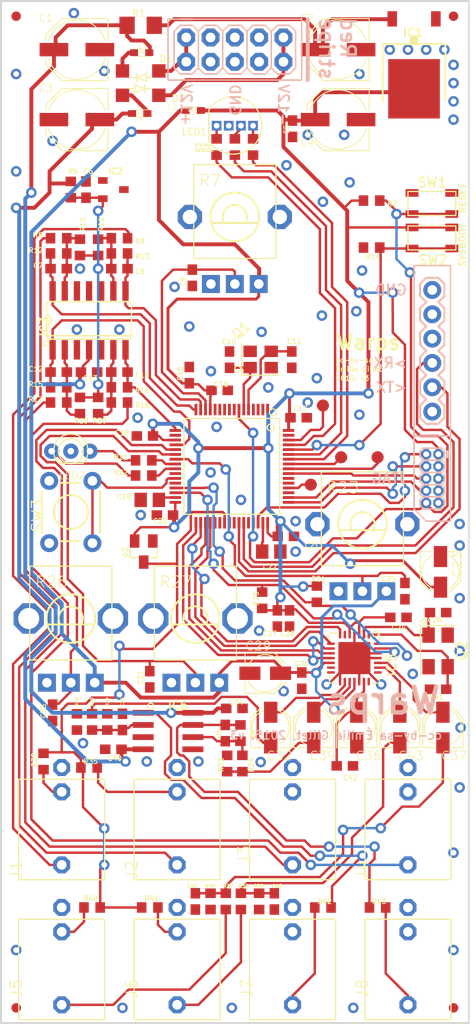
<source format=kicad_pcb>
(kicad_pcb (version 20211014) (generator pcbnew)
  (layers (0 "F.Cu" signal) (31 "B.Cu" signal) (34 "B.Paste" user) (35 "F.Paste" user) (36 "B.SilkS" user "B.Silkscreen") (37 "F.SilkS" user "F.Silkscreen") (38 "B.Mask" user) (39 "F.Mask" user) (44 "Edge.Cuts" user))
  (net 0 "")
  (net 1 "GND")
  (net 2 "+3V3")
  (net 3 "Net-(C2-Pad+)")
  (net 4 "Net-(C7-Pad1)")
  (net 5 "Net-(C8-Pad1)")
  (net 6 "/warps_2/ALGORITHM_POT")
  (net 7 "Net-(C10-Pad2)")
  (net 8 "Net-(C11-Pad2)")
  (net 9 "Net-(C12-Pad1)")
  (net 10 "Net-(C14-Pad1)")
  (net 11 "Net-(C19-Pad1)")
  (net 12 "VBAT")
  (net 13 "Net-(C22-Pad1)")
  (net 14 "/warps_2/PARAMETER_POT")
  (net 15 "Net-(C26-Pad2)")
  (net 16 "+3V3_A")
  (net 17 "/warps_2/LEVEL_2_POT")
  (net 18 "Net-(C32-Pad-)")
  (net 19 "LEVEL_1_CV")
  (net 20 "/warps_2/LEVEL_1_POT")
  (net 21 "Net-(C35-Pad2)")
  (net 22 "LEVEL_2_CV")
  (net 23 "Net-(C35-Pad1)")
  (net 24 "Net-(C36-Pad+)")
  (net 25 "ALGORITHM_CV")
  (net 26 "Net-(C37-Pad-)")
  (net 27 "VCC")
  (net 28 "AREF_-10")
  (net 29 "VEE")
  (net 30 "Net-(C38-Pad2)")
  (net 31 "Net-(C38-Pad1)")
  (net 32 "Net-(C39-Pad-)")
  (net 33 "IN_1")
  (net 34 "IN_2")
  (net 35 "Net-(C41-Pad2)")
  (net 36 "Net-(C43-Pad-)")
  (net 37 "Net-(D1-PadA)")
  (net 38 "Net-(D1-PadC)")
  (net 39 "Net-(D2-PadA)")
  (net 40 "Net-(D2-PadC)")
  (net 41 "Net-(IC4-Pad62)")
  (net 42 "/warps_2/LED_R")
  (net 43 "/warps_2/BOOT_FLASH")
  (net 44 "/warps_2/LED_B")
  (net 45 "/warps_2/LED_G")
  (net 46 "Net-(IC4-Pad57)")
  (net 47 "Net-(IC4-Pad56)")
  (net 48 "/warps_2/JTDO")
  (net 51 "Net-(IC4-Pad52)")
  (net 53 "/warps_2/JTDI")
  (net 54 "/warps_2/JTCK")
  (net 55 "/warps_2/JTMS")
  (net 58 "/warps_2/RX")
  (net 59 "/warps_2/TX")
  (net 61 "PARAMETER_CV")
  (net 63 "MOD_OUT")
  (net 64 "AUX_OUT")
  (net 67 "/warps_2/I2S_SOUT")
  (net 68 "/warps_2/I2S_SIN")
  (net 69 "/warps_2/I2S_SCK")
  (net 70 "/warps_2/I2S_LRCK")
  (net 71 "NORMALIZATION_PROBE")
  (net 72 "/warps_2/I2C_SDA")
  (net 73 "/warps_2/I2C_SCL")
  (net 74 "/warps_2/SW_CARRIER")
  (net 75 "/warps_2/LED_CARRIER_G")
  (net 76 "/warps_2/LED_CARRIER_R")
  (net 81 "/warps_2/RESET")
  (net 90 "Net-(J1-PadP3)")
  (net 91 "Net-(J1-PadP2)")
  (net 92 "Net-(J2-PadP3)")
  (net 93 "Net-(J2-PadP2)")
  (net 94 "Net-(J3-PadP3)")
  (net 96 "Net-(J4-PadP3)")
  (net 98 "Net-(J5-PadP3)")
  (net 99 "Net-(J5-PadP2)")
  (net 100 "Net-(J6-PadP3)")
  (net 101 "Net-(J6-PadP2)")
  (net 102 "Net-(J7-PadP3)")
  (net 104 "Net-(J8-PadP3)")
  (net 110 "Net-(LED1-PadRED)")
  (net 111 "Net-(LED1-PadGRN)")
  (net 112 "Net-(LED1-PadBLU)")
  (net 113 "Net-(LED2-Pad1)")
  (net 114 "Net-(LED2-Pad3)")
  (footprint "Supercell 1.3:k2-1808 pushbutton switch" (layer "F.Cu") (at 169.1 72.8 180)
    (fp_text reference "SW1")
    (fp_text value "EVQQ2")
  )
  (footprint "warps:C0603" (layer "F.Cu") (at 147.5 128.075 90)
    (fp_text reference "C38")
    (fp_text value "18p")
  )
  (footprint "warps:SO08" (layer "F.Cu") (at 141.5161 127.8636 -90)
    (fp_text reference "IC6")
    (fp_text value "TL072")
  )
  (footprint "warps:C0603" (layer "F.Cu") (at 141.1986 105.3211 180)
    (fp_text reference "C20")
    (fp_text value "100n")
  )
  (footprint "warps:R0603" (layer "F.Cu") (at 151.3585 114.211 -90)
    (fp_text reference "R25")
    (fp_text value "2.2k")
  )
  (footprint "warps:R0603" (layer "F.Cu") (at 134.2136 93.8911 90)
    (fp_text reference "R20")
    (fp_text value "200k")
  )
  (footprint "warps:PANASONIC_D" (layer "F.Cu") (at 131.9911 56.7436 180)
    (fp_text reference "C1")
    (fp_text value "47u")
  )
  (footprint "warps:C0603" (layer "F.Cu") (at 154.5336 64.9986 -90)
    (fp_text reference "C5")
    (fp_text value "100n")
  )
  (footprint "warps:C0603" (layer "F.Cu") (at 147.947309 89.1 -90)
    (fp_text reference "C10")
    (fp_text value "18p")
  )
  (footprint "warps:R0603" (layer "F.Cu") (at 136.4361 93.5736)
    (fp_text reference "R18")
    (fp_text value "100k")
  )
  (footprint "warps:PAD.03X.05" (layer "F.Cu") (at 159.6136 99.2886)
    (fp_text reference "TP2" hide)
    (fp_text value "TEST-POINT3X5" hide)
  )
  (footprint "Crystal:Crystal_SMD_5032-4Pin_5.0x3.2mm" (layer "F.Cu") (at 169.75 119.5 -90)
    (fp_text reference "Q2")
    (fp_text value "12.288MHz")
  )
  (footprint "warps:LED-BICOLOR-THROUGHHOLE" (layer "F.Cu") (at 131.3561 98.6536)
    (fp_text reference "LED2")
    (fp_text value "WP115VEGW" hide)
  )
  (footprint "warps:R0603" (layer "F.Cu") (at 128.4986 131.0386 -90)
    (fp_text reference "R32")
    (fp_text value "200k")
  )
  (footprint "warps:R0603" (layer "F.Cu") (at 131.3561 71.3486 -90)
    (fp_text reference "R6")
    (fp_text value "4.7k")
  )
  (footprint "warps:PAD.03X.05" (layer "F.Cu") (at 157.7086 93.8911)
    (fp_text reference "TP1" hide)
    (fp_text value "TEST-POINT3X5" hide)
  )
  (footprint "warps:WQP_PJ_301M6" (layer "F.Cu") (at 142.4686 137.3886 180)
    (fp_text reference "J2")
    (fp_text value "PJ301_THONKICONN6" hide)
  )
  (footprint "warps:R0603" (layer "F.Cu") (at 136.4361 76.4286)
    (fp_text reference "R9")
    (fp_text value "100k")
  )
  (footprint "warps:SOD123" (layer "F.Cu") (at 138.6586 61.5061 180)
    (fp_text reference "D2")
    (fp_text value "1N5819HW")
  )
  (footprint "warps:C0603" (layer "F.Cu") (at 139.6111 122.4661 -90)
    (fp_text reference "C31")
    (fp_text value "100n")
  )
  (footprint "warps:R0603" (layer "F.Cu") (at 150.4061 66.9036 90)
    (fp_text reference "R5")
    (fp_text value "100")
  )
  (footprint "warps:R1206" (layer "F.Cu") (at 138.6586 54.2036 180)
    (fp_text reference "R1")
    (fp_text value "4.7")
  )
  (footprint "Package_DFN_QFN:QFN-28-1EP_5x5mm_P0.5mm_EP3.35x3.35mm" (layer "F.Cu") (at 161 120.25 -90)
    (fp_text reference "IC5")
    (fp_text value "WM8731")
  )
  (footprint "warps:C0603" (layer "F.Cu") (at 169.75 115.5 180)
    (fp_text reference "C26")
    (fp_text value "18p")
  )
  (footprint "warps:C0603" (layer "F.Cu") (at 135.8011 129.7686)
    (fp_text reference "C40")
    (fp_text value "100n")
  )
  (footprint "warps:WQP_PJ_301M6" (layer "F.Cu") (at 154.5336 137.3886 180)
    (fp_text reference "J3")
    (fp_text value "PJ301_THONKICONN6" hide)
  )
  (footprint "warps:R0603" (layer "F.Cu") (at 147.7 131.25 -90)
    (fp_text reference "R33")
    (fp_text value "47k")
  )
  (footprint "warps:C0603" (layer "F.Cu") (at 153.8351 107.5436)
    (fp_text reference "C21")
    (fp_text value "100n")
  )
  (footprint "warps:R0603" (layer "F.Cu") (at 135.1661 126.9111 -90)
    (fp_text reference "R30")
    (fp_text value "47k")
  )
  (footprint "warps:C0603" (layer "F.Cu") (at 160 131.5)
    (fp_text reference "C42")
    (fp_text value "100n")
  )
  (footprint "warps:C0603" (layer "F.Cu") (at 143.7386 90.7161 90)
    (fp_text reference "C15")
    (fp_text value "1u")
  )
  (footprint "warps:R0603" (layer "F.Cu") (at 136.4361 91.9861 180)
    (fp_text reference "R16")
    (fp_text value "33k")
  )
  (footprint "warps:C0603" (layer "F.Cu") (at 155.5 122.6 -90)
    (fp_text reference "C30")
    (fp_text value "100n")
  )
  (footprint "warps:C0603" (layer "F.Cu") (at 165.6 116)
    (fp_text reference "C24")
    (fp_text value "100n")
  )
  (footprint "warps:C0603" (layer "F.Cu") (at 136.4361 90.3986)
    (fp_text reference "C14")
    (fp_text value "4.7n")
  )
  (footprint "warps:SO14" (layer "F.Cu") (at 133.2611 85.0011)
    (fp_text reference "IC3")
    (fp_text value "MCP6004")
  )
  (footprint "warps:C0603" (layer "F.Cu") (at 166.2811 113.2586 -90)
    (fp_text reference "C25")
    (fp_text value "100n")
  )
  (footprint "warps:C0603" (layer "F.Cu") (at 169.75 123.5)
    (fp_text reference "C41")
    (fp_text value "18p")
  )
  (footprint "warps:PANASONIC_D" (layer "F.Cu") (at 159.2961 64.0461 180)
    (fp_text reference "C4")
    (fp_text value "47u")
  )
  (footprint "warps:R0603" (layer "F.Cu") (at 157.0737 113.576 90)
    (fp_text reference "R24")
    (fp_text value "2.2k")
  )
  (footprint "warps:R0603" (layer "F.Cu") (at 149.0875 128.075 -90)
    (fp_text reference "R31")
    (fp_text value "47k")
  )
  (footprint "warps:ALPS_POT_VERTICAL" (layer "F.Cu") (at 131.3561 116.1161 180)
    (fp_text reference "R26")
    (fp_text value "10kB")
  )
  (footprint "warps:FIDUCIAL-1X2" (layer "F.Cu") (at 171.3611 156.7561)
    (fp_text reference "F4" hide)
    (fp_text value "FIDUCIAL1X2" hide)
  )
  (footprint "warps:R0603" (layer "F.Cu") (at 162.8 72.5 180)
    (fp_text reference "R2")
    (fp_text value "10k")
  )
  (footprint "warps:WQP_PJ_301M6" (layer "F.Cu") (at 142.4686 151.9936 180)
    (fp_text reference "J6")
    (fp_text value "PJ301_THONKICONN6" hide)
  )
  (footprint "warps:R0603" (layer "F.Cu") (at 139.6111 146.2786 180)
    (fp_text reference "R41")
    (fp_text value "DNP")
  )
  (footprint "warps:C0603" (layer "F.Cu") (at 148.4525 125.5)
    (fp_text reference "C34")
    (fp_text value "100n")
  )
  (footprint "warps:R0603" (layer "F.Cu") (at 163.4236 146.2786 180)
    (fp_text reference "R43")
    (fp_text value "1.0k")
  )
  (footprint "warps:C0603" (layer "F.Cu") (at 133.2611 90.3986)
    (fp_text reference "C13")
    (fp_text value "100n")
  )
  (footprint "warps:R0603" (layer "F.Cu") (at 130.0861 93.5736 180)
    (fp_text reference "R17")
    (fp_text value "100k")
  )
  (footprint "warps:C0805" (layer "F.Cu") (at 139.6111 103.7336 180)
    (fp_text reference "C19")
    (fp_text value "2.2u")
  )
  (footprint "warps:C0603" (layer "F.Cu") (at 130.0861 90.3986 180)
    (fp_text reference "C12")
    (fp_text value "4.7n")
  )
  (footprint "warps:R0603" (layer "F.Cu") (at 147.5486 145.6436 -90)
    (fp_text reference "R37")
    (fp_text value "36k")
  )
  (footprint "warps:C0805" (layer "F.Cu") (at 152.3111 109.1311)
    (fp_text reference "C22")
    (fp_text value "2.2u")
  )
  (footprint "warps:R0603" (layer "F.Cu") (at 130.0861 76.4286 180)
    (fp_text reference "R8")
    (fp_text value "100k")
  )
  (footprint "Crystal:Crystal_SMD_3225-4Pin_3.2x2.5mm" (layer "F.Cu") (at 151.2 89.082843)
    (fp_text reference "Q1")
    (fp_text value "8MHz")
  )
  (footprint "plaits:PANASONIC_B" (layer "F.Cu") (at 156.75 127.5 90)
    (fp_text reference "C39")
    (fp_text value "10u")
  )
  (footprint "warps:PANASONIC_D" (layer "F.Cu") (at 159.2961 56.7436 180)
    (fp_text reference "C2")
    (fp_text value "47u")
  )
  (footprint "warps:R0603" (layer "F.Cu") (at 130.0861 78.0161)
    (fp_text reference "R12")
    (fp_text value "36k")
  )
  (footprint "warps:C0603" (layer "F.Cu") (at 144.3736 145.6436 -90)
    (fp_text reference "C44")
    (fp_text value "220p")
  )
  (footprint "warps:C0603" (layer "F.Cu") (at 152.9461 116.1161 -90)
    (fp_text reference "C27")
    (fp_text value "1u")
  )
  (footprint "warps:WQP_PJ_301M6" (layer "F.Cu") (at 130.4036 137.3886 180)
    (fp_text reference "J1")
    (fp_text value "PJ301_THONKICONN6" hide)
  )
  (footprint "warps:R0603" (layer "F.Cu") (at 149.1361 145.6436 -90)
    (fp_text reference "R38")
    (fp_text value "36k")
  )
  (footprint "warps:C0603" (layer "F.Cu") (at 152.6286 145.6436 -90)
    (fp_text reference "C45")
    (fp_text value "220p")
  )
  (footprint "warps:C0603" (layer "F.Cu") (at 155.1686 95.161)
    (fp_text reference "C17")
    (fp_text value "100n")
  )
  (footprint "plaits:PANASONIC_B" (layer "F.Cu") (at 151.6761 121.8311)
    (fp_text reference "C29")
    (fp_text value "10u")
  )
  (footprint "warps:R0603" (layer "F.Cu") (at 133.2611 131.6736)
    (fp_text reference "R35")
    (fp_text value "200k")
  )
  (footprint "warps:ALPS_POT_VERTICAL_PS" (layer "F.Cu") (at 161.8361 106.2736 180)
    (fp_text reference "R23")
    (fp_text value "10kB")
  )
  (footprint "warps:R0603" (layer "F.Cu") (at 149.2875 131.25 -90)
    (fp_text reference "R34")
    (fp_text value "6.8k")
  )
  (footprint "warps:C0603" (layer "F.Cu") (at 132.9436 71.3486 90)
    (fp_text reference "C6")
    (fp_text value "100n")
  )
  (footprint "warps:C0603" (layer "F.Cu") (at 154.452691 89.1 90)
    (fp_text reference "C11")
    (fp_text value "18p")
  )
  (footprint "warps:PAD.03X.05" (layer "F.Cu") (at 156.4386 102.1461)
    (fp_text reference "TP4" hide)
    (fp_text value "TEST-POINT3X5" hide)
  )
  (footprint "warps:WQP_PJ_301M6" (layer "F.Cu") (at 154.5336 151.9936 180)
    (fp_text reference "J7")
    (fp_text value "PJ301_THONKICONN6" hide)
  )
  (footprint "plaits:PANASONIC_B" (layer "F.Cu") (at 170 111.25 -90)
    (fp_text reference "C23")
    (fp_text value "10u")
  )
  (footprint "warps:SOT23" (layer "F.Cu") (at 138.9761 109.1311 180)
    (fp_text reference "D3")
    (fp_text value "BAT54S")
  )
  (footprint "warps:R0603" (layer "F.Cu") (at 157.7086 146.2786)
    (fp_text reference "R42")
    (fp_text value "1.0k")
  )
  (footprint "warps:R0603" (layer "F.Cu") (at 131.9911 126.9111 90)
    (fp_text reference "R28")
    (fp_text value "47k")
  )
  (footprint "warps:DBZ_R-PDSO-G3" (layer "F.Cu") (at 135.8011 71.3486 -90)
    (fp_text reference "IC2")
    (fp_text value "LM4040B10")
  )
  (footprint "warps:WQP_PJ_301M6" (layer "F.Cu") (at 166.5986 137.3886 180)
    (fp_text reference "J4")
    (fp_text value "PJ301_THONKICONN6" hide)
  )
  (footprint "warps:PAD.03X.05" (layer "F.Cu") (at 163.4236 99.2886)
    (fp_text reference "TP3" hide)
    (fp_text value "TEST-POINT3X5" hide)
  )
  (footprint "warps:R0603" (layer "F.Cu") (at 132.3086 77.3811 -90)
    (fp_text reference "R10")
    (fp_text value "120k")
  )
  (footprint "warps:LED-TRICOLOR-THROUGHHOLE" (layer "F.Cu") (at 148.5011 64.6811)
    (fp_text reference "LED1")
    (fp_text value "WP154A4SUREQBFZG")
  )
  (footprint "warps:C0603" (layer "F.Cu") (at 139.1031 97.066 180)
    (fp_text reference "C18")
    (fp_text value "100n")
  )
  (footprint "warps:WQP_PJ_301M6" (layer "F.Cu") (at 130.4036 151.9936 180)
    (fp_text reference "J5")
    (fp_text value "PJ301_THONKICONN6" hide)
  )
  (footprint "warps:PANASONIC_D" (layer "F.Cu") (at 131.9911 64.0461 180)
    (fp_text reference "C3")
    (fp_text value "47u")
  )
  (footprint "warps:C0603" (layer "F.Cu") (at 144.0561 80.5561 -90)
    (fp_text reference "C9")
    (fp_text value "100n")
  )
  (footprint "warps:R0603" (layer "F.Cu") (at 130.0861 91.9861)
    (fp_text reference "R15")
    (fp_text value "33k")
  )
  (footprint "warps:TACTILE-PTH" (layer "F.Cu") (at 131.3561 105.0036 90)
    (fp_text reference "SW3")
    (fp_text value "TAC_SWITCHPTH" hide)
  )
  (footprint "warps:0603" (layer "F.Cu") (at 144.0561 63.0936 180)
    (fp_text reference "L2")
    (fp_text value "WE-CBF_0603")
  )
  (footprint "warps:TQFP-10X10-64" (layer "F.Cu") (at 148.1836 100.2411 -90)
    (fp_text reference "IC4")
    (fp_text value "STM32F405RGT6")
  )
  (footprint "warps:R0603" (layer "F.Cu") (at 138.9761 101.1936 180)
    (fp_text reference "R22")
    (fp_text value "180")
  )
  (footprint "warps:C0603" (layer "F.Cu") (at 154.2161 116.1161 -90)
    (fp_text reference "C28")
    (fp_text value "100n")
  )
  (footprint "warps:TO252" (layer "F.Cu") (at 167.2336 58.3311 180)
    (fp_text reference "IC1")
    (fp_text value "LM1117-3.3")
  )
  (footprint "warps:R0603" (layer "F.Cu") (at 151.0411 145.6436 90)
    (fp_text reference "R39")
    (fp_text value "6.8k")
  )
  (footprint "warps:C0603" (layer "F.Cu") (at 146.9136 92.3036)
    (fp_text reference "C16")
    (fp_text value "100n")
  )
  (footprint "warps:0603" (layer "F.Cu") (at 138.6586 57.0611 180)
    (fp_text reference "L1")
    (fp_text value "WE-CBF_0603")
  )
  (footprint "warps:R0603" (layer "F.Cu") (at 138.9761 99.6061 180)
    (fp_text reference "R21")
    (fp_text value "180")
  )
  (footprint "warps:R0603" (layer "F.Cu") (at 133.5786 146.2786)
    (fp_text reference "R40")
    (fp_text value "DNP")
  )
  (footprint "plaits:PANASONIC_B" (layer "F.Cu") (at 165.75 127.5 90)
    (fp_text reference "C43")
    (fp_text value "10u")
  )
  (footprint "warps:R0603" (layer "F.Cu") (at 146.5961 66.9036 90)
    (fp_text reference "R3")
    (fp_text value "100")
  )
  (footprint "warps:R0603" (layer "F.Cu") (at 136.4361 78.0161 180)
    (fp_text reference "R13")
    (fp_text value "36k")
  )
  (footprint "warps:WQP_PJ_301M6" (layer "F.Cu") (at 166.5986 151.9936 180)
    (fp_text reference "J8")
    (fp_text value "PJ301_THONKICONN6" hide)
  )
  (footprint "warps:FIDUCIAL-1X2" (layer "F.Cu") (at 125.6411 53.2511)
    (fp_text reference "F1" hide)
    (fp_text value "FIDUCIAL1X2" hide)
  )
  (footprint "plaits:PANASONIC_B" (layer "F.Cu") (at 161.25 127.5 90)
    (fp_text reference "C36")
    (fp_text value "10u")
  )
  (footprint "warps:ALPS_POT_VERTICAL" (layer "F.Cu") (at 144.3736 116.1161 180)
    (fp_text reference "R27")
    (fp_text value "10kB")
  )
  (footprint "warps:R0603" (layer "F.Cu") (at 133.5786 126.9111 90)
    (fp_text reference "R29")
    (fp_text value "6.8k")
  )
  (footprint "warps:C0603" (layer "F.Cu") (at 136.4361 79.6036)
    (fp_text reference "C8")
    (fp_text value "4.7n")
  )
  (footprint "Supercell 1.3:k2-1808 pushbutton switch" (layer "F.Cu") (at 169.1 76.4)
    (fp_text reference "SW2")
    (fp_text value "EVQQ2")
  )
  (footprint "warps:C0603" (layer "F.Cu") (at 130.0861 79.6036 180)
    (fp_text reference "C7")
    (fp_text value "4.7n")
  )
  (footprint "plaits:PANASONIC_B" (layer "F.Cu") (at 152.25 127.5 90)
    (fp_text reference "C32")
    (fp_text value "10u")
  )
  (footprint "warps:R0603" (layer "F.Cu") (at 132.3086 93.8911 90)
    (fp_text reference "R19")
    (fp_text value "200k")
  )
  (footprint "warps:0603" (layer "F.Cu") (at 138.6586 63.4111)
    (fp_text reference "L3")
    (fp_text value "WE-CBF_0603")
  )
  (footprint "warps:ALPS_POT_VERTICAL_PS" (layer "F.Cu") (at 148.5011 74.2061 180)
    (fp_text reference "R7")
    (fp_text value "10kB")
  )
  (footprint "warps:FIDUCIAL-1X2" (layer "F.Cu") (at 125.6411 156.7561)
    (fp_text reference "F3" hide)
    (fp_text value "FIDUCIAL1X2" hide)
  )
  (footprint "warps:SOD123" (layer "F.Cu") (at 138.6586 58.9661)
    (fp_text reference "D1")
    (fp_text value "1N5819HW")
  )
  (footprint "warps:R0603" (layer "F.Cu") (at 134.2136 77.3811 -90)
    (fp_text reference "R11")
    (fp_text value "120k")
  )
  (footprint "warps:R0603" (layer "F.Cu") (at 145.9611 145.6436 90)
    (fp_text reference "R36")
    (fp_text value "6.8k")
  )
  (footprint "plaits:PANASONIC_B" (layer "F.Cu") (at 170.25 127.5 90)
    (fp_text reference "C37")
    (fp_text value "10u")
  )
  (footprint "warps:R0603" (layer "F.Cu") (at 148.5011 66.9036 90)
    (fp_text reference "R4")
    (fp_text value "100")
  )
  (footprint "warps:FIDUCIAL-1X2" (layer "F.Cu") (at 171.3611 53.2511)
    (fp_text reference "F2" hide)
    (fp_text value "FIDUCIAL1X2" hide)
  )
  (footprint "warps:C0603" (layer "F.Cu") (at 136.7536 126.9111 90)
    (fp_text reference "C35")
    (fp_text value "18p")
  )
  (footprint "warps:R0603" (layer "F.Cu") (at 162.8 77.4)
    (fp_text reference "R14")
    (fp_text value "10k")
  )
  (footprint "warps:C0603" (layer "F.Cu") (at 129.4511 125.9586 -90)
    (fp_text reference "C33")
    (fp_text value "100n")
  )
  (footprint "warps:2X5-1.27" (layer "B.Cu") (at 168.5036 102.7811 180)
    (fp_text reference "JP1" hide)
    (fp_text value "M05X2MINIJTAG" hide)
  )
  (footprint "warps:AVR_ICSP" (layer "B.Cu") (at 148.5011 56.7436 -90)
    (fp_text reference "JP3" hide)
    (fp_text value "M05X2PTH" hide)
  )
  (footprint "warps:1X06" (layer "B.Cu") (at 169.1386 81.8261 -90)
    (fp_text reference "JP2" hide)
    (fp_text value "M06SIP")
  )
  (gr_line (start 156.1211 53.5686) (end 156.1211 59.9186) (layer "B.SilkS") (width 0.4064))
  (gr_line (start 171.0436 97.0661) (end 171.0436 105.9561) (layer "B.SilkS") (width 0.1524))
  (gr_line (start 167.2336 97.0661) (end 167.2336 79.2861) (layer "B.SilkS") (width 0.1524))
  (gr_line (start 171.0436 79.2861) (end 171.0436 97.0661) (layer "B.SilkS") (width 0.1524))
  (gr_line (start 155.4861 59.9186) (end 155.4861 53.5686) (layer "B.SilkS") (width 0.1524))
  (gr_line (start 141.5161 53.5686) (end 141.5161 59.9186) (layer "B.SilkS") (width 0.1524))
  (gr_line (start 167.2336 97.0661) (end 171.0436 97.0661) (layer "B.SilkS") (width 0.1524))
  (gr_line (start 141.5161 59.9186) (end 155.4861 59.9186) (layer "B.SilkS") (width 0.1524))
  (gr_line (start 168.5036 105.9561) (end 167.2336 104.6861) (layer "B.SilkS") (width 0.1524))
  (gr_line (start 171.0436 105.9561) (end 168.5036 105.9561) (layer "B.SilkS") (width 0.1524))
  (gr_line (start 167.2336 79.2861) (end 171.0436 79.2861) (layer "B.SilkS") (width 0.1524))
  (gr_line (start 167.2336 104.6861) (end 167.2336 97.0661) (layer "B.SilkS") (width 0.1524))
  (gr_line (start 155.4861 53.5686) (end 141.5161 53.5686) (layer "B.SilkS") (width 0.1524))
  (gr_line (start 172.9486 158.3436) (end 172.9486 51.6636) (layer "Edge.Cuts") (width 0.2032))
  (gr_line (start 124.0536 51.6636) (end 124.0536 158.3436) (layer "Edge.Cuts") (width 0.2032))
  (gr_line (start 124.0536 158.3436) (end 172.9486 158.3436) (layer "Edge.Cuts") (width 0.2032))
  (gr_line (start 172.9486 51.6636) (end 124.0536 51.6636) (layer "Edge.Cuts") (width 0.2032))
  (gr_text "Warps" (at 170.2499 126.2761) (layer "B.SilkS") (effects (font (size 2.69875 2.69875) (thickness 0.47625)) (justify left bottom mirror)))
  (gr_text ">RX" (at 166.5986 90.0811) (layer "B.SilkS") (effects (font (size 1.0795 1.0795) (thickness 0.1905)) (justify left bottom mirror)))
  (gr_text "<TX" (at 166.5986 92.6211) (layer "B.SilkS") (effects (font (size 1.0795 1.0795) (thickness 0.1905)) (justify left bottom mirror)))
  (gr_text "JTAG" (at 166.5986 102.1461) (layer "B.SilkS") (effects (font (size 1.0795 1.0795) (thickness 0.1905)) (justify left bottom mirror)))
  (gr_text "Red" (at 161.2011 53.2511 -90) (layer "B.SilkS") (effects (font (size 1.5113 1.5113) (thickness 0.2667)) (justify right top mirror)))
  (gr_text "stripe" (at 158.9786 53.2511 -90) (layer "B.SilkS") (effects (font (size 1.5113 1.5113) (thickness 0.2667)) (justify right top mirror)))
  (gr_text "cc-by-sa Émilie Gillet, 2015. v3" (at 170.2499 128.8161) (layer "B.SilkS") (effects (font (size 0.8636 0.8636) (thickness 0.1524)) (justify left bottom mirror)))
  (gr_text "-12V" (at 154.2161 60.2361 -90) (layer "B.SilkS") (effects (font (size 1.0795 1.0795) (thickness 0.1905)) (justify right top mirror)))
  (gr_text "+12V" (at 144.0561 60.2361 -90) (layer "B.SilkS") (effects (font (size 1.0795 1.0795) (thickness 0.1905)) (justify right top mirror)))
  (gr_text "GND" (at 149.1361 60.2361 -90) (layer "B.SilkS") (effects (font (size 1.0795 1.0795) (thickness 0.1905)) (justify right top mirror)))
  (gr_text "GND" (at 166.5986 82.4611) (layer "B.SilkS") (effects (font (size 1.0795 1.0795) (thickness 0.1905)) (justify left bottom mirror)))
  (gr_text "2015. v3" (at 158.9786 91.3511) (layer "F.SilkS") (effects (font (size 0.51816 0.51816) (thickness 0.09144)) (justify left bottom)))
  (gr_text "SYSBOOT" (at 172.7 79.5 90) (layer "F.SilkS") (effects (font (size 0.682752 0.682752) (thickness 0.130048)) (justify left bottom)))
  (gr_text "Émilie Gillet" (at 158.9786 90.3986) (layer "F.SilkS") (effects (font (size 0.51816 0.51816) (thickness 0.09144)) (justify left bottom)))
  (gr_text "Warps" (at 158.9786 88.1761) (layer "F.SilkS") (effects (font (size 1.5113 1.5113) (thickness 0.2667)) (justify left bottom)))
  (gr_text "cc-by-sa" (at 158.9786 89.4461) (layer "F.SilkS") (effects (font (size 0.51816 0.51816) (thickness 0.09144)) (justify left bottom)))
  (gr_text "RESET" (at 172.7 73.9 90) (layer "F.SilkS") (effects (font (size 0.682752 0.682752) (thickness 0.130048)) (justify left bottom)))
  (segment (start 161 120.283388) (end 163.716612 123) (width 0.25) (layer "F.Cu") (net 1))
  (segment (start 161 117.8) (end 161 120.25) (width 0.25) (layer "F.Cu") (net 1))
  (segment (start 161.5 122.7) (end 161.5 120.75) (width 0.25) (layer "F.Cu") (net 1))
  (segment (start 158.1 123) (end 158.25 123) (width 0.25) (layer "F.Cu") (net 1))
  (segment (start 159.5 122.7) (end 159.5 121.75) (width 0.25) (layer "F.Cu") (net 1))
  (segment (start 158.25 123) (end 161 120.25) (width 0.25) (layer "F.Cu") (net 1))
  (segment (start 163.716612 123) (end 163.8 123) (width 0.25) (layer "F.Cu") (net 1))
  (segment (start 163.45 120.25) (end 161 120.25) (width 0.25) (layer "F.Cu") (net 1))
  (segment (start 163.45 119.75) (end 161.5 119.75) (width 0.25) (layer "F.Cu") (net 1))
  (via (at 138.3411 95.1611) (size 1.108) (drill 0.6) (layers "F.Cu" "B.Cu") (net 1))
  (via (at 172 133.75) (size 1.108) (drill 0.6) (layers "F.Cu" "B.Cu") (net 1))
  (via (at 157.0736 91.0336) (size 1.108) (drill 0.6) (layers "F.Cu" "B.Cu") (net 1))
  (via (at 158.1 123) (size 1.108) (drill 0.6) (layers "F.Cu" "B.Cu") (net 1))
  (via (at 134.8486 58.9661) (size 1.108) (drill 0.6) (layers "F.Cu" "B.Cu") (net 1))
  (via (at 152 92) (size 1.108) (drill 0.6) (layers "F.Cu" "B.Cu") (net 1))
  (via (at 167.1 121.9) (size 1.108) (drill 0.6) (layers "F.Cu" "B.Cu") (net 1))
  (via (at 171.3611 62.1411) (size 1.108) (drill 0.6) (layers "F.Cu" "B.Cu") (net 1))
  (via (at 151.2 131.1) (size 1.108) (drill 0.6) (layers "F.Cu" "B.Cu") (net 1))
  (via (at 153.8986 68.8086) (size 1.108) (drill 0.6) (layers "F.Cu" "B.Cu") (net 1))
  (via (at 153.6 123.7) (size 1.108) (drill 0.6) (layers "F.Cu" "B.Cu") (net 1))
  (via (at 125.6411 69.4436) (size 1.108) (drill 0.6) (layers "F.Cu" "B.Cu") (net 1))
  (via (at 159.9311 65.6336) (size 1.108) (drill 0.6) (layers "F.Cu" "B.Cu") (net 1))
  (via (at 131.9911 85.9536) (size 1.108) (drill 0.6) (layers "F.Cu" "B.Cu") (net 1))
  (via (at 151.3 86.2) (size 1.108) (drill 0.6) (layers "F.Cu" "B.Cu") (net 1))
  (via (at 149.1361 103.7336) (size 1.108) (drill 0.6) (layers "F.Cu" "B.Cu") (net 1))
  (via (at 125.6411 150.7236) (size 1.108) (drill 0.6) (layers "F.Cu" "B.Cu") (net 1))
  (via (at 171.3611 58.3311) (size 1.108) (drill 0.6) (layers "F.Cu" "B.Cu") (net 1))
  (via (at 172 108.5) (size 1.108) (drill 0.6) (layers "F.Cu" "B.Cu") (net 1))
  (via (at 145.9611 100.8761) (size 1.108) (drill 0.6) (layers "F.Cu" "B.Cu") (net 1))
  (via (at 144.6911 131.0386) (size 1.108) (drill 0.6) (layers "F.Cu" "B.Cu") (net 1))
  (via (at 154.8511 105.9561) (size 1.108) (drill 0.6) (layers "F.Cu" "B.Cu") (net 1))
  (via (at 132.3086 79.6036) (size 1.108) (drill 0.6) (layers "F.Cu" "B.Cu") (net 1))
  (via (at 125.6411 59.2836) (size 1.108) (drill 0.6) (layers "F.Cu" "B.Cu") (net 1))
  (via (at 172 106.25) (size 1.108) (drill 0.6) (layers "F.Cu" "B.Cu") (net 1))
  (via (at 172 114) (size 1.108) (drill 0.6) (layers "F.Cu" "B.Cu") (net 1))
  (via (at 160.8836 156.7561) (size 1.108) (drill 0.6) (layers "F.Cu" "B.Cu") (net 1))
  (via (at 163.8 123) (size 1.108) (drill 0.6) (layers "F.Cu" "B.Cu") (net 1))
  (via (at 172.1 127.5) (size 1.108) (drill 0.6) (layers "F.Cu" "B.Cu") (net 1))
  (via (at 131.6736 52.9336) (size 1.108) (drill 0.6) (layers "F.Cu" "B.Cu") (net 1))
  (via (at 157.6 84.5) (size 1.108) (drill 0.6) (layers "F.Cu" "B.Cu") (net 1))
  (via (at 171.3611 64.046) (size 1.108) (drill 0.6) (layers "F.Cu" "B.Cu") (net 1))
  (via (at 161.8 79.8) (size 1.108) (drill 0.6) (layers "F.Cu" "B.Cu") (net 1))
  (via (at 161.5186 94.8436) (size 1.108) (drill 0.6) (layers "F.Cu" "B.Cu") (net 1))
  (via (at 168.5036 56.7436) (size 1.108) (drill 0.6) (layers "F.Cu" "B.Cu") (net 1))
  (via (at 129.4511 66.2686) (size 1.108) (drill 0.6) (layers "F.Cu" "B.Cu") (net 1))
  (via (at 143.7386 85.6361) (size 1.108) (drill 0.6) (layers "F.Cu" "B.Cu") (net 1))
  (via (at 146 90.3) (size 1.108) (drill 0.6) (layers "F.Cu" "B.Cu") (net 1))
  (via (at 142.2 81.5) (size 1.108) (drill 0.6) (layers "F.Cu" "B.Cu") (net 1))
  (via (at 139.2936 131.0386) (size 1.108) (drill 0.6) (layers "F.Cu" "B.Cu") (net 1))
  (via (at 148.1836 156.7561) (size 1.108) (drill 0.6) (layers "F.Cu" "B.Cu") (net 1))
  (via (at 171.3611 140.5636) (size 1.108) (drill 0.6) (layers "F.Cu" "B.Cu") (net 1))
  (via (at 132.6261 129.1336) (size 1.108) (drill 0.6) (layers "F.Cu" "B.Cu") (net 1))
  (via (at 171.3611 60.2361) (size 1.108) (drill 0.6) (layers "F.Cu" "B.Cu") (net 1))
  (via (at 156.1211 65.6336) (size 1.108) (drill 0.6) (layers "F.Cu" "B.Cu") (net 1))
  (via (at 160.5 70.6) (size 1.108) (drill 0.6) (layers "F.Cu" "B.Cu") (net 1))
  (via (at 146.5961 96.1136) (size 1.108) (drill 0.6) (layers "F.Cu" "B.Cu") (net 1))
  (via (at 171.3611 150.7236) (size 1.108) (drill 0.6) (layers "F.Cu" "B.Cu") (net 1))
  (via (at 161.5186 59.2836) (size 1.108) (drill 0.6) (layers "F.Cu" "B.Cu") (net 1))
  (via (at 166.5986 56.7436) (size 1.108) (drill 0.6) (layers "F.Cu" "B.Cu") (net 1))
  (via (at 172 119.5) (size 1.108) (drill 0.6) (layers "F.Cu" "B.Cu") (net 1))
  (via (at 156.1211 93.5736) (size 1.108) (drill 0.6) (layers "F.Cu" "B.Cu") (net 1))
  (via (at 151.0412 117.3861) (size 1.108) (drill 0.6) (layers "F.Cu" "B.Cu") (net 1))
  (via (at 136.7536 156.7561) (size 1.108) (drill 0.6) (layers "F.Cu" "B.Cu") (net 1))
  (via (at 157.7086 72.6186) (size 1.108) (drill 0.6) (layers "F.Cu" "B.Cu") (net 1))
  (via (at 136.4361 85.9536) (size 1.108) (drill 0.6) (layers "F.Cu" "B.Cu") (net 1))
  (via (at 138.6586 105.3211) (size 1.108) (drill 0.6) (layers "F.Cu" "B.Cu") (net 1))
  (via (at 154.8511 109.1311) (size 1.108) (drill 0.6) (layers "F.Cu" "B.Cu") (net 1))
  (via (at 170.4086 56.7436) (size 1.108) (drill 0.6) (layers "F.Cu" "B.Cu") (net 1))
  (via (at 164.6936 56.7436) (size 1.108) (drill 0.6) (layers "F.Cu" "B.Cu") (net 1))
  (via (at 161.2011 84.0486) (size 1.108) (drill 0.6) (layers "F.Cu" "B.Cu") (net 1))
  (segment (start 166.2811 96.4311) (end 167.5511 97.7011) (width 0.254) (layer "F.Cu") (net 2))
  (segment (start 160.2486 80.8736) (end 160.2486 75.3514) (width 0.4064) (layer "F.Cu") (net 2))
  (segment (start 153.2636 113.8936) (end 152.9461 114.2111) (width 0.254) (layer "F.Cu") (net 2))
  (segment (start 165.0111 86.2711) (end 166.2811 87.5411) (width 0.254) (layer "F.Cu") (net 2))
  (segment (start 154.5336 64.1486) (end 156.7936 64.1486) (width 0.4064) (layer "F.Cu") (net 2))
  (segment (start 152.3111 107.5436) (end 151.9336 107.1661) (width 0.254) (layer "F.Cu") (net 2))
  (segment (start 153.5811 64.0461) (end 154.4311 64.0461) (width 0.4064) (layer "F.Cu") (net 2))
  (segment (start 152.9461 63.0936) (end 144.9561 63.0936) (width 0.4064) (layer "F.Cu") (net 2))
  (segment (start 161.05 116.55) (end 160.5 117.1) (width 0.25) (layer "F.Cu") (net 2))
  (segment (start 161.5 116.6) (end 161.45 116.55) (width 0.25) (layer "F.Cu") (net 2))
  (segment (start 161.95 72.5) (end 160.7 72.5) (width 0.25) (layer "F.Cu") (net 2))
  (segment (start 156.8961 64.0461) (end 156.8961 62.0011) (width 0.4064) (layer "F.Cu") (net 2))
  (segment (start 169.7736 98.3361) (end 169.7736 98.9711) (width 0.254) (layer "F.Cu") (net 2))
  (segment (start 139.9531 97.066) (end 140.5635 97.066) (width 0.254) (layer "F.Cu") (net 2))
  (segment (start 160.2486 75.3514) (end 160.2486 73.5711) (width 0.4064) (layer "F.Cu") (net 2))
  (segment (start 165 84.0375) (end 165.0111 84.0486) (width 0.254) (layer "F.Cu") (net 2))
  (segment (start 153.5811 66.9036) (end 159.93875 73.26125) (width 0.4064) (layer "F.Cu") (net 2))
  (segment (start 140.5635 97.066) (end 140.9886 97.4911) (width 0.254) (layer "F.Cu") (net 2))
  (segment (start 154.8511 115.1636) (end 156.2557 116.5682) (width 0.254) (layer "F.Cu") (net 2))
  (segment (start 161.5 117.8) (end 161.5 116.6) (width 0.25) (layer "F.Cu") (net 2))
  (segment (start 160.5 117.1) (end 160.5 117.8) (width 0.254) (layer "F.Cu") (net 2))
  (segment (start 154.3186 115.1636) (end 154.8511 115.1636) (width 0.254) (layer "F.Cu") (net 2))
  (segment (start 156.8961 62.0011) (end 157.7086 61.1886) (width 0.4064) (layer "F.Cu") (net 2))
  (segment (start 168.85 112.85) (end 170 112.85) (width 0.3048) (layer "F.Cu") (net 2))
  (segment (start 138.0236 108.0286) (end 138.0236 107.2261) (width 0.254) (layer "F.Cu") (net 2))
  (segment (start 152.9461 115.2661) (end 151.5636 115.2661) (width 0.254) (layer "F.Cu") (net 2))
  (segment (start 169.1386 97.7011) (end 169.7736 98.3361) (width 0.254) (layer "F.Cu") (net 2))
  (segment (start 139.9286 95.7961) (end 139.9531 95.8206) (width 0.4064) (layer "F.Cu") (net 2))
  (segment (start 142.2726 105.0971) (end 142.2726 103.9911) (width 0.254) (layer "F.Cu") (net 2))
  (segment (start 160.5 117.1) (end 159.9682 116.5682) (width 0.25) (layer "F.Cu") (net 2))
  (segment (start 153.2636 105.9561) (end 152.9851 106.2346) (width 0.4064) (layer "F.Cu") (net 2))
  (segment (start 160.8836 110.0836) (end 166.0836 110.0836) (width 0.3048) (layer "F.Cu") (net 2))
  (segment (start 152.9461 115.2661) (end 154.2161 115.2661) (width 0.254) (layer "F.Cu") (net 2))
  (segment (start 160.2486 73.5711) (end 159.93875 73.26125) (width 0.4064) (layer "F.Cu") (net 2))
  (segment (start 161.45 116.55) (end 161.05 116.55) (width 0.25) (layer "F.Cu") (net 2))
  (segment (start 166.0836 110.0836) (end 168.85 112.85) (width 0.3048) (layer "F.Cu") (net 2))
  (segment (start 160.3 75.3) (end 160.2486 75.3514) (width 0.25) (layer "F.Cu") (net 2))
  (segment (start 160.5 117.3) (end 160.5 117.1) (width 0.25) (layer "F.Cu") (net 2))
  (segment (start 153.5811 66.9036) (end 153.5811 64.0461) (width 0.4064) (layer "F.Cu") (net 2))
  (segment (start 154.2161 92.6211) (end 154.2161 95.0585) (width 0.3048) (layer "F.Cu") (net 2))
  (segment (start 164.75 116) (end 162 116) (width 0.25) (layer "F.Cu") (net 2))
  (segment (start 151.9336 107.1661) (end 151.9336 106.1267) (width 0.254) (layer "F.Cu") (net 2))
  (segment (start 165.0111 84.0486) (end 165.0111 86.2711) (width 0.254) (layer "F.Cu") (net 2))
  (segment (start 140.9886 97.4911) (end 142.2726 97.4911) (width 0.254) (layer "F.Cu") (net 2))
  (segment (start 167.025 75.3) (end 160.3 75.3) (width 0.25) (layer "F.Cu") (net 2))
  (segment (start 154.12 95.3596) (end 154.12 96.4911) (width 0.3048) (layer "F.Cu") (net 2))
  (segment (start 160.5661 110.4011) (end 160.8836 110.0836) (width 0.3048) (layer "F.Cu") (net 2))
  (segment (start 152.9851 107.5436) (end 152.3111 107.5436) (width 0.254) (layer "F.Cu") (net 2))
  (segment (start 144.6911 98.3361) (end 151.9936 98.3361) (width 0.4064) (layer "F.Cu") (net 2))
  (segment (start 160.7 72.5) (end 159.93875 73.26125) (width 0.25) (layer "F.Cu") (net 2))
  (segment (start 155.6449 112.7823) (end 155.7012 112.726) (width 0.254) (layer "F.Cu") (net 2))
  (segment (start 155.7012 112.726) (end 157.0737 112.726) (width 0.254) (layer "F.Cu") (net 2))
  (segment (start 138.6586 106.5911) (end 142.1511 106.5911) (width 0.254) (layer "F.Cu") (net 2))
  (segment (start 139.9531 95.8206) (end 139.9531 97.066) (width 0.4064) (layer "F.Cu") (net 2))
  (segment (start 157.7086 61.1886) (end 166.8761 61.1886) (width 0.4064) (layer "F.Cu") (net 2))
  (segment (start 156.2557 116.5682) (end 159.9682 116.5682) (width 0.254) (layer "F.Cu") (net 2))
  (segment (start 142.1511 106.5911) (end 142.1511 105.2186) (width 0.4064) (layer "F.Cu") (net 2))
  (segment (start 152.9851 106.2346) (end 152.9851 107.5436) (width 0.4064) (layer "F.Cu") (net 2))
  (segment (start 152.9461 114.2111) (end 152.9461 115.2661) (width 0.254) (layer "F.Cu") (net 2))
  (segment (start 162.4711 92.6211) (end 162.4711 83.0961) (width 0.4064) (layer "F.Cu") (net 2))
  (segment (start 162 116) (end 161.45 116.55) (width 0.25) (layer "F.Cu") (net 2))
  (segment (start 162.4711 83.0961) (end 160.2486 80.8736) (width 0.4064) (layer "F.Cu") (net 2))
  (segment (start 153.5811 64.0461) (end 153.5811 63.7286) (width 0.4064) (layer "F.Cu") (net 2))
  (segment (start 167.5511 97.7011) (end 169.1386 97.7011) (width 0.254) (layer "F.Cu") (net 2))
  (segment (start 138.0236 107.2261) (end 138.6586 106.5911) (width 0.254) (layer "F.Cu") (net 2))
  (segment (start 166.2811 87.5411) (end 166.2811 96.4311) (width 0.254) (layer "F.Cu") (net 2))
  (segment (start 165 82.1) (end 165 84.0375) (width 0.254) (layer "F.Cu") (net 2))
  (segment (start 167.025 75.3) (end 171.175 75.3) (width 0.25) (layer "F.Cu") (net 2))
  (segment (start 153.5811 63.7286) (end 152.9461 63.0936) (width 0.4064) (layer "F.Cu") (net 2))
  (via (at 160.5661 110.4011) (size 1.108) (drill 0.6) (layers "F.Cu" "B.Cu") (net 2))
  (via (at 155.6449 112.7823) (size 1.108) (drill 0.6) (layers "F.Cu" "B.Cu") (net 2))
  (via (at 142.1511 106.5911) (size 1.108) (drill 0.6) (layers "F.Cu" "B.Cu") (net 2))
  (via (at 139.9286 95.7961) (size 1.108) (drill 0.6) (layers "F.Cu" "B.Cu") (net 2))
  (via (at 153.2636 105.9561) (size 1.108) (drill 0.6) (layers "F.Cu" "B.Cu") (net 2))
  (via (at 154.2161 92.6211) (size 1.108) (drill 0.6) (layers "F.Cu" "B.Cu") (net 2))
  (via (at 144.6911 98.3361) (size 1.108) (drill 0.6) (layers "F.Cu" "B.Cu") (net 2))
  (via (at 161.4875 82.1125) (size 1.108) (drill 0.6) (layers "F.Cu" "B.Cu") (net 2))
  (via (at 162.4711 92.6211) (size 1.108) (drill 0.6) (layers "F.Cu" "B.Cu") (net 2))
  (via (at 151.9936 98.3361) (size 1.108) (drill 0.6) (layers "F.Cu" "B.Cu") (net 2))
  (via (at 165 82.1) (size 1.108) (drill 0.6) (layers "F.Cu" "B.Cu") (net 2))
  (via (at 153.2636 113.8936) (size 1.108) (drill 0.6) (layers "F.Cu" "B.Cu") (net 2))
  (segment (start 142.1511 106.5911) (end 143.7386 105.0036) (width 0.4064) (layer "B.Cu") (net 2))
  (segment (start 153.2636 105.9561) (end 153.2636 112.7823) (width 0.4064) (layer "B.Cu") (net 2))
  (segment (start 165 82.1) (end 164.9875 82.1125) (width 0.25) (layer "B.Cu") (net 2))
  (segment (start 158.6611 108.4961) (end 160.5661 110.4011) (width 0.3048) (layer "B.Cu") (net 2))
  (segment (start 151.9936 98.3361) (end 151.9936 94.8436) (width 0.4064) (layer "B.Cu") (net 2))
  (segment (start 143.7386 101.8286) (end 144.6911 100.8761) (width 0.4064) (layer "B.Cu") (net 2))
  (segment (start 151.9936 94.8436) (end 154.2161 92.6211) (width 0.4064) (layer "B.Cu") (net 2))
  (segment (start 153.2636 105.9561) (end 155.8036 108.4961) (width 0.3048) (layer "B.Cu") (net 2))
  (segment (start 143.7386 105.0036) (end 143.7386 101.8286) (width 0.4064) (layer "B.Cu") (net 2))
  (segment (start 164.9875 82.1125) (end 161.4875 82.1125) (width 0.25) (layer "B.Cu") (net 2))
  (segment (start 142.7861 95.7961) (end 139.9286 95.7961) (width 0.4064) (layer "B.Cu") (net 2))
  (segment (start 153.2636 112.7823) (end 153.2636 113.8936) (width 0.4064) (layer "B.Cu") (net 2))
  (segment (start 144.6911 100.8761) (end 144.6911 98.3361) (width 0.4064) (layer "B.Cu") (net 2))
  (segment (start 144.6911 98.3361) (end 144.6911 97.7011) (width 0.4064) (layer "B.Cu") (net 2))
  (segment (start 144.6911 97.7011) (end 142.7861 95.7961) (width 0.4064) (layer "B.Cu") (net 2))
  (segment (start 151.9936 98.3361) (end 151.9936 104.6861) (width 0.4064) (layer "B.Cu") (net 2))
  (segment (start 155.8036 108.4961) (end 158.6611 108.4961) (width 0.3048) (layer "B.Cu") (net 2))
  (segment (start 154.2161 92.6211) (end 162.4711 92.6211) (width 0.4064) (layer "B.Cu") (net 2))
  (segment (start 151.9936 104.6861) (end 153.2636 105.9561) (width 0.4064) (layer "B.Cu") (net 2))
  (segment (start 153.2636 112.7823) (end 155.6449 112.7823) (width 0.254) (layer "B.Cu") (net 2))
  (segment (start 142.1511 53.5686) (end 155.8036 53.5686) (width 0.4064) (layer "F.Cu") (net 3))
  (segment (start 158.6611 53.5686) (end 164.9161 53.5686) (width 0.4064) (layer "F.Cu") (net 3))
  (segment (start 156.8961 54.6611) (end 156.8961 56.7436) (width 0.4064) (layer "F.Cu") (net 3))
  (segment (start 140.0806 54.2036) (end 141.5161 54.2036) (width 0.4064) (layer "F.Cu") (net 3))
  (segment (start 157.7086 54.5211) (end 158.6611 53.5686) (width 0.4064) (layer "F.Cu") (net 3))
  (segment (start 155.8036 53.5686) (end 156.8961 54.6611) (width 0.4064) (layer "F.Cu") (net 3))
  (segment (start 157.7086 56.7436) (end 157.7086 54.5211) (width 0.4064) (layer "F.Cu") (net 3))
  (segment (start 141.5161 54.2036) (end 142.1511 53.5686) (width 0.4064) (layer "F.Cu") (net 3))
  (segment (start 130.7211 81.9277) (end 130.7211 80.5561) (width 0.254) (layer "F.Cu") (net 4))
  (segment (start 130.9361 80.3411) (end 130.9361 79.6036) (width 0.254) (layer "F.Cu") (net 4))
  (segment (start 130.9361 79.6036) (end 130.9361 78.0161) (width 0.254) (layer "F.Cu") (net 4))
  (segment (start 130.9361 78.0161) (end 130.9361 76.4286) (width 0.254) (layer "F.Cu") (net 4))
  (segment (start 130.9361 76.4286) (end 132.2061 76.4286) (width 0.254) (layer "F.Cu") (net 4))
  (segment (start 130.7211 80.5561) (end 130.9361 80.3411) (width 0.254) (layer "F.Cu") (net 4))
  (segment (start 135.8011 80.5561) (end 135.5861 80.3411) (width 0.254) (layer "F.Cu") (net 5))
  (segment (start 135.8011 81.9277) (end 135.8011 80.5561) (width 0.254) (layer "F.Cu") (net 5))
  (segment (start 135.5861 80.3411) (end 135.5861 79.6036) (width 0.254) (layer "F.Cu") (net 5))
  (segment (start 135.5861 76.4286) (end 134.3161 76.4286) (width 0.254) (layer "F.Cu") (net 5))
  (segment (start 135.5861 79.6036) (end 135.5861 78.0161) (width 0.254) (layer "F.Cu") (net 5))
  (segment (start 135.5861 78.0161) (end 135.5861 76.4286) (width 0.254) (layer "F.Cu") (net 5))
  (segment (start 140.8811 90.3986) (end 143.1036 92.6211) (width 0.254) (layer "F.Cu") (net 6))
  (segment (start 148.2861 79.7061) (end 148.5011 79.9211) (width 0.254) (layer "F.Cu") (net 6))
  (segment (start 145.4336 93.3636) (end 145.4336 94.3047) (width 0.254) (layer "F.Cu") (net 6))
  (segment (start 144.6911 92.6211) (end 145.4336 93.3636) (width 0.254) (layer "F.Cu") (net 6))
  (segment (start 143.1036 92.6211) (end 144.6911 92.6211) (width 0.254) (layer "F.Cu") (net 6))
  (segment (start 148.5011 79.9211) (end 148.5011 81.2061) (width 0.254) (layer "F.Cu") (net 6))
  (segment (start 144.0561 79.7061) (end 148.2861 79.7061) (width 0.254) (layer "F.Cu") (net 6))
  (segment (start 142.0486 79.7061) (end 144.0561 79.7061) (width 0.254) (layer "F.Cu") (net 6))
  (segment (start 140.8811 90.3986) (end 140.8811 80.8736) (width 0.254) (layer "F.Cu") (net 6))
  (segment (start 140.8811 80.8736) (end 142.0486 79.7061) (width 0.254) (layer "F.Cu") (net 6))
  (segment (start 150.1 89.932843) (end 147.964466 89.932843) (width 0.254) (layer "F.Cu") (net 7))
  (segment (start 149.4336 91.6664) (end 150.1 91) (width 0.254) (layer "F.Cu") (net 7))
  (segment (start 150.1 91) (end 150.1 89.932843) (width 0.254) (layer "F.Cu") (net 7))
  (segment (start 149.4336 94.3047) (end 149.4336 91.6664) (width 0.254) (layer "F.Cu") (net 7))
  (segment (start 149.9336 94.3047) (end 149.9336 92.2664) (width 0.254) (layer "F.Cu") (net 8))
  (segment (start 152.3 88.232843) (end 154.435534 88.232843) (width 0.254) (layer "F.Cu") (net 8))
  (segment (start 149.9336 92.2664) (end 151.2 91) (width 0.254) (layer "F.Cu") (net 8))
  (segment (start 151.2 89.123243) (end 152.0904 88.232843) (width 0.254) (layer "F.Cu") (net 8))
  (segment (start 151.2 91) (end 151.2 89.123243) (width 0.254) (layer "F.Cu") (net 8))
  (segment (start 130.9361 93.5736) (end 130.9361 91.9861) (width 0.254) (layer "F.Cu") (net 9))
  (segment (start 130.7211 89.4461) (end 130.7211 88.0745) (width 0.254) (layer "F.Cu") (net 9))
  (segment (start 130.9361 91.9861) (end 130.9361 90.3986) (width 0.254) (layer "F.Cu") (net 9))
  (segment (start 130.9361 93.5736) (end 130.9361 94.4236) (width 0.254) (layer "F.Cu") (net 9))
  (segment (start 130.9361 94.4236) (end 131.3561 94.8436) (width 0.254) (layer "F.Cu") (net 9))
  (segment (start 130.9361 90.3986) (end 130.9361 89.6611) (width 0.254) (layer "F.Cu") (net 9))
  (segment (start 130.9361 89.6611) (end 130.7211 89.4461) (width 0.254) (layer "F.Cu") (net 9))
  (segment (start 131.3561 94.8436) (end 132.2061 94.8436) (width 0.254) (layer "F.Cu") (net 9))
  (segment (start 135.5861 93.5736) (end 135.5861 91.9861) (width 0.254) (layer "F.Cu") (net 10))
  (segment (start 135.8011 89.4461) (end 135.8011 88.0745) (width 0.254) (layer "F.Cu") (net 10))
  (segment (start 135.5861 94.4236) (end 135.1661 94.8436) (width 0.254) (layer "F.Cu") (net 10))
  (segment (start 135.5861 93.5736) (end 135.5861 94.4236) (width 0.254) (layer "F.Cu") (net 10))
  (segment (start 135.5861 91.9861) (end 135.5861 90.3986) (width 0.254) (layer "F.Cu") (net 10))
  (segment (start 135.1661 94.8436) (end 134.3161 94.8436) (width 0.254) (layer "F.Cu") (net 10))
  (segment (start 135.5861 89.6611) (end 135.8011 89.4461) (width 0.254) (layer "F.Cu") (net 10))
  (segment (start 135.5861 90.3986) (end 135.5861 89.6611) (width 0.254) (layer "F.Cu") (net 10))
  (segment (start 140.8036 103.4911) (end 142.2726 103.4911) (width 0.254) (layer "F.Cu") (net 11))
  (segment (start 151.3586 109.1286) (end 151.3586 108.1786) (width 0.254) (layer "F.Cu") (net 13))
  (segment (start 151.4336 108.1036) (end 151.4336 106.1267) (width 0.254) (layer "F.Cu") (net 13))
  (segment (start 151.3586 108.1786) (end 151.4336 108.1036) (width 0.254) (layer "F.Cu") (net 13))
  (segment (start 144.0561 99.9236) (end 143.6236 99.4911) (width 0.254) (layer "F.Cu") (net 14))
  (segment (start 165.9636 111.3536) (end 166.2811 111.6711) (width 0.254) (layer "F.Cu") (net 14))
  (segment (start 161.8361 111.6711) (end 163.4236 111.6711) (width 0.254) (layer "F.Cu") (net 14))
  (segment (start 147.5486 100.5586) (end 146.9136 99.9236) (width 0.254) (layer "F.Cu") (net 14))
  (segment (start 148.5011 110.5599) (end 148.5011 108.4961) (width 0.254) (layer "F.Cu") (net 14))
  (segment (start 148.5011 108.4961) (end 147.8661 107.8611) (width 0.254) (layer "F.Cu") (net 14))
  (segment (start 149.6123 111.6711) (end 161.8361 111.6711) (width 0.254) (layer "F.Cu") (net 14))
  (segment (start 163.7411 111.3536) (end 165.9636 111.3536) (width 0.254) (layer "F.Cu") (net 14))
  (segment (start 146.9136 99.9236) (end 144.0561 99.9236) (width 0.254) (layer "F.Cu") (net 14))
  (segment (start 147.8661 107.8611) (end 147.8661 107.5436) (width 0.254) (layer "F.Cu") (net 14))
  (segment (start 166.2811 111.6711) (end 166.2811 112.4086) (width 0.254) (layer "F.Cu") (net 14))
  (segment (start 148.5011 110.5599) (end 149.6123 111.6711) (width 0.254) (layer "F.Cu") (net 14))
  (segment (start 161.8361 111.6711) (end 161.8361 113.2736) (width 0.254) (layer "F.Cu") (net 14))
  (segment (start 163.4236 111.6711) (end 163.7411 111.3536) (width 0.254) (layer "F.Cu") (net 14))
  (segment (start 143.6236 99.4911) (end 142.2726 99.4911) (width 0.254) (layer "F.Cu") (net 14))
  (via (at 147.5486 100.5586) (size 1.108) (drill 0.6) (layers "F.Cu" "B.Cu") (net 14))
  (via (at 147.8661 107.5436) (size 1.108) (drill 0.6) (layers "F.Cu" "B.Cu") (net 14))
  (segment (start 147.8661 100.8761) (end 147.5486 100.5586) (width 0.254) (layer "B.Cu") (net 14))
  (segment (start 147.8661 107.5436) (end 147.8661 100.8761) (width 0.254) (layer "B.Cu") (net 14))
  (segment (start 167.25 117.85) (end 168.75 117.85) (width 0.25) (layer "F.Cu") (net 15))
  (segment (start 162 117.2) (end 162.2 117) (width 0.25) (layer "F.Cu") (net 15))
  (segment (start 166.4 117) (end 167.25 117.85) (width 0.25) (layer "F.Cu") (net 15))
  (segment (start 168.75 117.85) (end 168.75 115.65) (width 0.25) (layer "F.Cu") (net 15))
  (segment (start 162 117.8) (end 162 117.2) (width 0.25) (layer "F.Cu") (net 15))
  (segment (start 162.2 117) (end 166.4 117) (width 0.25) (layer "F.Cu") (net 15))
  (segment (start 148.1836 120.5611) (end 152.6286 120.5611) (width 0.3048) (layer "F.Cu") (net 16))
  (segment (start 145.9611 92.9386) (end 145.9336 92.9661) (width 0.254) (layer "F.Cu") (net 16))
  (segment (start 141.5161 90.0811) (end 143.0011 91.5661) (width 0.3048) (layer "F.Cu") (net 16))
  (segment (start 137.7061 65.3161) (end 140.5636 65.3161) (width 0.4064) (layer "F.Cu") (net 16))
  (segment (start 146.8736 122.8161) (end 146.8736 121.8711) (width 0.3048) (layer "F.Cu") (net 16))
  (segment (start 143.0011 91.5661) (end 143.7386 91.5661) (width 0.254) (layer "F.Cu") (net 16))
  (segment (start 133.8561 122.8161) (end 137.1036 122.8161) (width 0.4064) (layer "F.Cu") (net 16))
  (segment (start 145.9611 92.4061) (end 145.9611 92.9386) (width 0.254) (layer "F.Cu") (net 16))
  (segment (start 157 121.6) (end 157 121.8) (width 0.25) (layer "F.Cu") (net 16))
  (segment (start 140.5636 74.5236) (end 143.1036 77.0636) (width 0.4064) (layer "F.Cu") (net 16))
  (segment (start 146.8736 121.8711) (end 148.1836 120.5611) (width 0.3048) (layer "F.Cu") (net 16))
  (segment (start 145.3261 92.3036) (end 146.0636 92.3036) (width 0.254) (layer "F.Cu") (net 16))
  (segment (start 142.4686 82.7786) (end 141.5161 83.7311) (width 0.3048) (layer "F.Cu") (net 16))
  (segment (start 140.5636 65.3161) (end 140.5636 74.5236) (width 0.4064) (layer "F.Cu") (net 16))
  (segment (start 145.9336 92.9661) (end 145.9336 94.3047) (width 0.254) (layer "F.Cu") (net 16))
  (segment (start 138.6586 124.3711) (end 146.2786 124.3711) (width 0.4064) (layer "F.Cu") (net 16))
  (segment (start 141.5161 83.7311) (end 141.5161 90.0811) (width 0.3048) (layer "F.Cu") (net 16))
  (segment (start 132.6261 90.1836) (end 132.6261 89.7636) (width 0.254) (layer "F.Cu") (net 16))
  (segment (start 151.0011 82.5011) (end 150.7236 82.7786) (width 0.3048) (layer "F.Cu") (net 16))
  (segment (start 161 123.5) (end 158.9 125.6) (width 0.25) (layer "F.Cu") (net 16))
  (segment (start 143.8411 91.6686) (end 144.6911 91.6686) (width 0.254) (layer "F.Cu") (net 16))
  (segment (start 132.3086 91.6686) (end 132.3086 90.5011) (width 0.4064) (layer "F.Cu") (net 16))
  (segment (start 161 122.7) (end 161 123.5) (width 0.25) (layer "F.Cu") (net 16))
  (segment (start 148.5011 77.0636) (end 151.0411 79.6036) (width 0.4064) (layer "F.Cu") (net 16))
  (segment (start 153.8175 121.75) (end 155.7 121.75) (width 0.3048) (layer "F.Cu") (net 16))
  (segment (start 150.7236 82.7786) (end 142.4686 82.7786) (width 0.3048) (layer "F.Cu") (net 16))
  (segment (start 146.2786 124.3711) (end 146.8736 123.7761) (width 0.4064) (layer "F.Cu") (net 16))
  (segment (start 151.0411 79.6036) (end 151.0411 81.1661) (width 0.4064) (layer "F.Cu") (net 16))
  (segment (start 152.6286 120.5611) (end 153.8175 121.75) (width 0.3048) (layer "F.Cu") (net 16))
  (segment (start 144.6911 91.6686) (end 145.3261 92.3036) (width 0.254) (layer "F.Cu") (net 16))
  (segment (start 143.1036 77.0636) (end 148.5011 77.0636) (width 0.4064) (layer "F.Cu") (net 16))
  (segment (start 146.8736 123.7761) (end 146.8736 122.8161) (width 0.4064) (layer "F.Cu") (net 16))
  (segment (start 132.6261 89.7636) (end 133.2611 89.1286) (width 0.254) (layer "F.Cu") (net 16))
  (segment (start 140.5636 65.3161) (end 142.7861 63.0936) (width 0.4064) (layer "F.Cu") (net 16))
  (segment (start 157.85 120.75) (end 157 121.6) (width 0.25) (layer "F.Cu") (net 16))
  (segment (start 133.2611 89.1286) (end 133.2611 88.0745) (width 0.254) (layer "F.Cu") (net 16))
  (segment (start 142.7861 63.0936) (end 143.3561 63.0936) (width 0.4064) (layer "F.Cu") (net 16))
  (segment (start 157 121.8) (end 156.95 121.75) (width 0.25) (layer "F.Cu") (net 16))
  (segment (start 156.95 121.75) (end 155.5 121.75) (width 0.25) (layer "F.Cu") (net 16))
  (segment (start 137.1036 122.8161) (end 138.6586 124.3711) (width 0.4064) (layer "F.Cu") (net 16))
  (segment (start 158.55 120.75) (end 157.85 120.75) (width 0.25) (layer "F.Cu") (net 16))
  (segment (start 151.0011 81.2061) (end 151.0011 82.5011) (width 0.3048) (layer "F.Cu") (net 16))
  (via (at 137.7061 65.3161) (size 1.108) (drill 0.6) (layers "F.Cu" "B.Cu") (net 16))
  (via (at 158.9 125.6) (size 1.108) (drill 0.6) (layers "F.Cu" "B.Cu") (net 16))
  (via (at 132.3086 91.6686) (size 1.108) (drill 0.6) (layers "F.Cu" "B.Cu") (net 16))
  (via (at 157 121.8) (size 1.108) (drill 0.6) (layers "F.Cu" "B.Cu") (net 16))
  (segment (start 157 121.8) (end 157.5842 121.2158) (width 0.3048) (layer "B.Cu") (net 16))
  (segment (start 157.5842 121.2158) (end 157.5842 116.0158) (width 0.3048) (layer "B.Cu") (net 16))
  (segment (start 157 123.7) (end 158.9 125.6) (width 0.25) (layer "B.Cu") (net 16))
  (segment (start 130.4036 114.5286) (end 127.2286 111.3536) (width 0.4064) (layer "B.Cu") (net 16))
  (segment (start 157 121.8) (end 157 123.7) (width 0.25) (layer "B.Cu") (net 16))
  (segment (start 127.2286 111.3536) (end 127.2286 91.6686) (width 0.4064) (layer "B.Cu") (net 16))
  (segment (start 127.2286 91.6686) (end 132.3086 91.6686) (width 0.4064) (layer "B.Cu") (net 16))
  (segment (start 127.2286 75.7936) (end 137.7061 65.3161) (width 0.4064) (layer "B.Cu") (net 16))
  (segment (start 127.2286 91.6686) (end 127.2286 75.7936) (width 0.4064) (layer "B.Cu") (net 16))
  (segment (start 133.8561 122.8161) (end 133.8561 121.1561) (width 0.4064) (layer "B.Cu") (net 16))
  (segment (start 162.8097 114.8) (end 164.3361 113.2736) (width 0.3048) (layer "B.Cu") (net 16))
  (segment (start 133.8561 121.1561) (end 130.4036 117.7036) (width 0.4064) (layer "B.Cu") (net 16))
  (segment (start 130.4036 117.7036) (end 130.4036 114.5286) (width 0.4064) (layer "B.Cu") (net 16))
  (segment (start 157.5842 116.0158) (end 158.8 114.8) (width 0.3048) (layer "B.Cu") (net 16))
  (segment (start 158.8 114.8) (end 162.8097 114.8) (width 0.3048) (layer "B.Cu") (net 16))
  (segment (start 143.1036 120.5611) (end 144.3736 121.8311) (width 0.254) (layer "F.Cu") (net 17))
  (segment (start 131.0386 111.9886) (end 131.0386 101.0886) (width 0.254) (layer "F.Cu") (net 17))
  (segment (start 129.1336 97.0661) (end 135.8011 97.0661) (width 0.254) (layer "F.Cu") (net 17))
  (segment (start 131.0386 101.0886) (end 129.7593 99.8093) (width 0.254) (layer "F.Cu") (net 17))
  (segment (start 129.7593 99.8093) (end 128.8605 99.8093) (width 0.254) (layer "F.Cu") (net 17))
  (segment (start 139.6111 120.5611) (end 139.6111 121.6161) (width 0.254) (layer "F.Cu") (net 17))
  (segment (start 139.6111 120.5611) (end 143.1036 120.5611) (width 0.254) (layer "F.Cu") (net 17))
  (segment (start 135.8011 97.0661) (end 137.3886 98.6536) (width 0.254) (layer "F.Cu") (net 17))
  (segment (start 128.2 99.1488) (end 128.2 97.9997) (width 0.254) (layer "F.Cu") (net 17))
  (segment (start 132.6261 118.9736) (end 132.6261 113.5761) (width 0.254) (layer "F.Cu") (net 17))
  (segment (start 137.3886 98.6536) (end 140.5636 98.6536) (width 0.254) (layer "F.Cu") (net 17))
  (segment (start 140.9011 98.9911) (end 142.2726 98.9911) (width 0.254) (layer "F.Cu") (net 17))
  (segment (start 139.6111 120.5611) (end 134.2136 120.5611) (width 0.254) (layer "F.Cu") (net 17))
  (segment (start 128.2 97.9997) (end 129.1336 97.0661) (width 0.254) (layer "F.Cu") (net 17))
  (segment (start 144.3736 121.8311) (end 144.3736 122.8161) (width 0.254) (layer "F.Cu") (net 17))
  (segment (start 128.8605 99.8093) (end 128.2 99.1488) (width 0.254) (layer "F.Cu") (net 17))
  (segment (start 132.6261 113.5761) (end 131.0386 111.9886) (width 0.254) (layer "F.Cu") (net 17))
  (segment (start 140.5636 98.6536) (end 140.9011 98.9911) (width 0.254) (layer "F.Cu") (net 17))
  (segment (start 134.2136 120.5611) (end 132.6261 118.9736) (width 0.254) (layer "F.Cu") (net 17))
  (segment (start 146.3939 125.0061) (end 147.1 124.3) (width 0.254) (layer "F.Cu") (net 18))
  (segment (start 133.8961 125.0061) (end 146.3939 125.0061) (width 0.254) (layer "F.Cu") (net 18))
  (segment (start 150.9 125.4379) (end 150.9 128.5) (width 0.254) (layer "F.Cu") (net 18))
  (segment (start 133.5786 125.3236) (end 133.8961 125.0061) (width 0.254) (layer "F.Cu") (net 18))
  (segment (start 149.7621 124.3) (end 150.9 125.4379) (width 0.254) (layer "F.Cu") (net 18))
  (segment (start 151.5 129.1) (end 152.25 129.1) (width 0.254) (layer "F.Cu") (net 18))
  (segment (start 147.1 124.3) (end 149.7621 124.3) (width 0.254) (layer "F.Cu") (net 18))
  (segment (start 133.5786 126.0611) (end 131.9911 126.0611) (width 0.254) (layer "F.Cu") (net 18))
  (segment (start 133.5786 126.0611) (end 133.5786 125.3236) (width 0.254) (layer "F.Cu") (net 18))
  (segment (start 150.9 128.5) (end 151.5 129.1) (width 0.254) (layer "F.Cu") (net 18))
  (segment (start 137.0711 81.9277) (end 137.0711 80.5561) (width 0.254) (layer "F.Cu") (net 19))
  (segment (start 138.9761 83.7311) (end 137.3886 83.7311) (width 0.254) (layer "F.Cu") (net 19))
  (segment (start 137.0711 80.5561) (end 137.2861 80.3411) (width 0.254) (layer "F.Cu") (net 19))
  (segment (start 137.0711 83.4136) (end 137.0711 81.9277) (width 0.254) (layer "F.Cu") (net 19))
  (segment (start 140.2461 85.0011) (end 138.9761 83.7311) (width 0.254) (layer "F.Cu") (net 19))
  (segment (start 140.2461 90.7161) (end 140.2461 85.0011) (width 0.254) (layer "F.Cu") (net 19))
  (segment (start 142.7861 93.2561) (end 140.2461 90.7161) (width 0.254) (layer "F.Cu") (net 19))
  (segment (start 137.2861 80.3411) (end 137.2861 79.6036) (width 0.254) (layer "F.Cu") (net 19))
  (segment (start 137.3886 83.7311) (end 137.0711 83.4136) (width 0.254) (layer "F.Cu") (net 19))
  (segment (start 137.2861 79.6036) (end 137.2861 78.0161) (width 0.254) (layer "F.Cu") (net 19))
  (segment (start 144.6911 93.2561) (end 144.9336 93.4986) (width 0.254) (layer "F.Cu") (net 19))
  (segment (start 142.7861 93.2561) (end 144.6911 93.2561) (width 0.254) (layer "F.Cu") (net 19))
  (segment (start 144.9336 93.4986) (end 144.9336 94.3047) (width 0.254) (layer "F.Cu") (net 19))
  (segment (start 128.45 100.4) (end 127.75 99.7) (width 0.254) (layer "F.Cu") (net 20))
  (segment (start 130.4036 101.1936) (end 129.61 100.4) (width 0.254) (layer "F.Cu") (net 20))
  (segment (start 129.5536 125.0061) (end 130.0861 125.0061) (width 0.254) (layer "F.Cu") (net 20))
  (segment (start 140.8811 98.0186) (end 141.3536 98.4911) (width 0.254) (layer "F.Cu") (net 20))
  (segment (start 131.9911 113.8936) (end 130.4036 112.3061) (width 0.254) (layer "F.Cu") (net 20))
  (segment (start 131.3561 122.8161) (end 131.3561 119.6086) (width 0.254) (layer "F.Cu") (net 20))
  (segment (start 131.9911 118.9736) (end 131.9911 113.8936) (width 0.254) (layer "F.Cu") (net 20))
  (segment (start 130.0861 125.0061) (end 131.3561 123.7361) (width 0.254) (layer "F.Cu") (net 20))
  (segment (start 141.3536 98.4911) (end 142.2726 98.4911) (width 0.254) (layer "F.Cu") (net 20))
  (segment (start 127.75 99.7) (end 127.75 97.4972) (width 0.254) (layer "F.Cu") (net 20))
  (segment (start 131.3561 123.7361) (end 131.3561 122.8161) (width 0.254) (layer "F.Cu") (net 20))
  (segment (start 137.7061 98.0186) (end 140.8811 98.0186) (width 0.254) (layer "F.Cu") (net 20))
  (segment (start 127.75 97.4972) (end 128.8161 96.4311) (width 0.254) (layer "F.Cu") (net 20))
  (segment (start 129.61 100.4) (end 128.45 100.4) (width 0.254) (layer "F.Cu") (net 20))
  (segment (start 136.1186 96.4311) (end 137.7061 98.0186) (width 0.254) (layer "F.Cu") (net 20))
  (segment (start 130.4036 112.3061) (end 130.4036 101.1936) (width 0.254) (layer "F.Cu") (net 20))
  (segment (start 131.3561 119.6086) (end 131.9911 118.9736) (width 0.254) (layer "F.Cu") (net 20))
  (segment (start 128.8161 96.4311) (end 136.1186 96.4311) (width 0.254) (layer "F.Cu") (net 20))
  (segment (start 148.5011 134.8486) (end 153.5811 139.9286) (width 0.254) (layer "F.Cu") (net 21))
  (segment (start 161.8361 140.8811) (end 158.6611 144.0561) (width 0.254) (layer "F.Cu") (net 21))
  (segment (start 141.1986 132.3086) (end 141.8336 132.9436) (width 0.254) (layer "F.Cu") (net 21))
  (segment (start 145.0086 134.8486) (end 148.5011 134.8486) (width 0.254) (layer "F.Cu") (net 21))
  (segment (start 155.4861 139.9286) (end 156.4386 140.8811) (width 0.254) (layer "F.Cu") (net 21))
  (segment (start 143.1036 132.9436) (end 145.0086 134.8486) (width 0.254) (layer "F.Cu") (net 21))
  (segment (start 138.9161 125.9586) (end 140.2461 125.9586) (width 0.254) (layer "F.Cu") (net 21))
  (segment (start 136.8561 125.9586) (end 138.9161 125.9586) (width 0.254) (layer "F.Cu") (net 21))
  (segment (start 141.8336 130.4036) (end 141.1986 131.0386) (width 0.254) (layer "F.Cu") (net 21))
  (segment (start 141.8336 132.9436) (end 143.1036 132.9436) (width 0.254) (layer "F.Cu") (net 21))
  (segment (start 135.1661 126.0611) (end 136.7536 126.0611) (width 0.254) (layer "F.Cu") (net 21))
  (segment (start 158.6611 144.0561) (end 158.6611 146.1761) (width 0.254) (layer "F.Cu") (net 21))
  (segment (start 141.8336 127.5461) (end 141.8336 130.4036) (width 0.254) (layer "F.Cu") (net 21))
  (segment (start 153.5811 139.9286) (end 155.4861 139.9286) (width 0.254) (layer "F.Cu") (net 21))
  (segment (start 156.4386 140.8811) (end 157.3911 140.8811) (width 0.254) (layer "F.Cu") (net 21))
  (segment (start 140.2461 125.9586) (end 141.8336 127.5461) (width 0.254) (layer "F.Cu") (net 21))
  (segment (start 141.1986 131.0386) (end 141.1986 132.3086) (width 0.254) (layer "F.Cu") (net 21))
  (via (at 161.8361 140.8811) (size 1.108) (drill 0.6) (layers "F.Cu" "B.Cu") (net 21))
  (via (at 157.3911 140.8811) (size 1.108) (drill 0.6) (layers "F.Cu" "B.Cu") (net 21))
  (segment (start 157.3911 140.8811) (end 161.8361 140.8811) (width 0.254) (layer "B.Cu") (net 21))
  (segment (start 139.6111 85.3186) (end 139.6111 91.0336) (width 0.254) (layer "F.Cu") (net 22))
  (segment (start 130.4036 84.3661) (end 129.4511 83.4136) (width 0.254) (layer "F.Cu") (net 22))
  (segment (start 129.4511 80.5561) (end 129.2361 80.3411) (width 0.254) (layer "F.Cu") (net 22))
  (segment (start 139.6111 91.0336) (end 142.4686 93.8911) (width 0.254) (layer "F.Cu") (net 22))
  (segment (start 129.2361 79.6036) (end 129.2361 78.0161) (width 0.254) (layer "F.Cu") (net 22))
  (segment (start 129.4511 83.4136) (end 129.4511 81.9277) (width 0.254) (layer "F.Cu") (net 22))
  (segment (start 142.4686 93.8911) (end 143.7386 93.8911) (width 0.254) (layer "F.Cu") (net 22))
  (segment (start 130.4036 84.3661) (end 138.6586 84.3661) (width 0.254) (layer "F.Cu") (net 22))
  (segment (start 129.2361 80.3411) (end 129.2361 79.6036) (width 0.254) (layer "F.Cu") (net 22))
  (segment (start 138.6586 84.3661) (end 139.6111 85.3186) (width 0.254) (layer "F.Cu") (net 22))
  (segment (start 143.7386 93.8911) (end 144.1522 94.3047) (width 0.254) (layer "F.Cu") (net 22))
  (segment (start 129.4511 81.9277) (end 129.4511 80.5561) (width 0.254) (layer "F.Cu") (net 22))
  (segment (start 144.1522 94.3047) (end 144.4336 94.3047) (width 0.254) (layer "F.Cu") (net 22))
  (segment (start 136.9686 127.5461) (end 137.3886 127.5461) (width 0.254) (layer "F.Cu") (net 23))
  (segment (start 135.1661 127.7611) (end 136.7536 127.7611) (width 0.254) (layer "F.Cu") (net 23))
  (segment (start 133.5786 127.7611) (end 135.1661 127.7611) (width 0.254) (layer "F.Cu") (net 23))
  (segment (start 137.7061 127.2286) (end 138.9161 127.2286) (width 0.254) (layer "F.Cu") (net 23))
  (segment (start 137.3886 127.5461) (end 137.7061 127.2286) (width 0.254) (layer "F.Cu") (net 23))
  (segment (start 161.25 124.45) (end 161.25 125.9) (width 0.25) (layer "F.Cu") (net 24))
  (segment (start 159.15 131.5) (end 159.15 127.1) (width 0.25) (layer "F.Cu") (net 24))
  (segment (start 162 123.7) (end 161.25 124.45) (width 0.25) (layer "F.Cu") (net 24))
  (segment (start 162 122.7) (end 162 123.7) (width 0.25) (layer "F.Cu") (net 24))
  (segment (start 159.15 127.1) (end 160.35 125.9) (width 0.25) (layer "F.Cu") (net 24))
  (segment (start 160.35 125.9) (end 161.25 125.9) (width 0.25) (layer "F.Cu") (net 24))
  (segment (start 129.4511 85.9536) (end 130.4036 85.0011) (width 0.254) (layer "F.Cu") (net 25))
  (segment (start 129.2361 90.3986) (end 129.2361 89.6611) (width 0.254) (layer "F.Cu") (net 25))
  (segment (start 143.7386 97.3836) (end 143.1311 97.9911) (width 0.254) (layer "F.Cu") (net 25))
  (segment (start 129.4511 89.4461) (end 129.4511 88.0745) (width 0.254) (layer "F.Cu") (net 25))
  (segment (start 138.9761 91.3511) (end 142.1511 94.5261) (width 0.254) (layer "F.Cu") (net 25))
  (segment (start 142.1511 94.5261) (end 142.7861 94.5261) (width 0.254) (layer "F.Cu") (net 25))
  (segment (start 138.3411 85.0011) (end 138.9761 85.6361) (width 0.254) (layer "F.Cu") (net 25))
  (segment (start 138.9761 85.6361) (end 138.9761 91.3511) (width 0.254) (layer "F.Cu") (net 25))
  (segment (start 129.2361 89.6611) (end 129.4511 89.4461) (width 0.254) (layer "F.Cu") (net 25))
  (segment (start 129.2361 90.3986) (end 129.2361 91.9861) (width 0.254) (layer "F.Cu") (net 25))
  (segment (start 143.7386 95.4786) (end 143.7386 97.3836) (width 0.254) (layer "F.Cu") (net 25))
  (segment (start 129.4511 88.0745) (end 129.4511 85.9536) (width 0.254) (layer "F.Cu") (net 25))
  (segment (start 143.1311 97.9911) (end 142.2726 97.9911) (width 0.254) (layer "F.Cu") (net 25))
  (segment (start 130.4036 85.0011) (end 138.3411 85.0011) (width 0.254) (layer "F.Cu") (net 25))
  (segment (start 142.7861 94.5261) (end 143.7386 95.4786) (width 0.254) (layer "F.Cu") (net 25))
  (segment (start 157.3911 143.1036) (end 148.5011 143.1036) (width 0.254) (layer "F.Cu") (net 26))
  (segment (start 170.25 133.25) (end 170.25 129.1) (width 0.25) (layer "F.Cu") (net 26))
  (segment (start 167.75 135.75) (end 170.25 133.25) (width 0.25) (layer "F.Cu") (net 26))
  (segment (start 159.8168 138.1832) (end 159.8168 140.6779) (width 0.254) (layer "F.Cu") (net 26))
  (segment (start 148.5011 143.1036) (end 147.5486 144.0561) (width 0.254) (layer "F.Cu") (net 26))
  (segment (start 145.9611 144.7936) (end 147.5486 144.7936) (width 0.254) (layer "F.Cu") (net 26))
  (segment (start 163.75 138) (end 166 135.75) (width 0.25) (layer "F.Cu") (net 26))
  (segment (start 144.3736 144.7936) (end 145.9611 144.7936) (width 0.254) (layer "F.Cu") (net 26))
  (segment (start 159.8168 140.6779) (end 157.3911 143.1036) (width 0.254) (layer "F.Cu") (net 26))
  (segment (start 166 135.75) (end 167.75 135.75) (width 0.25) (layer "F.Cu") (net 26))
  (segment (start 147.5486 144.0561) (end 147.5486 144.7936) (width 0.254) (layer "F.Cu") (net 26))
  (via (at 159.8168 138.1832) (size 1.108) (drill 0.6) (layers "F.Cu" "B.Cu") (net 26))
  (via (at 163.75 138) (size 1.108) (drill 0.6) (layers "F.Cu" "B.Cu") (net 26))
  (segment (start 159.8168 138.1832) (end 160 138) (width 0.25) (layer "B.Cu") (net 26))
  (segment (start 160 138) (end 163.75 138) (width 0.25) (layer "B.Cu") (net 26))
  (segment (start 139.6111 56.4261) (end 139.6111 57.0086) (width 0.4064) (layer "F.Cu") (net 27))
  (segment (start 137.2366 54.2036) (end 137.2366 55.3216) (width 0.4064) (layer "F.Cu") (net 27))
  (segment (start 138.9761 55.7911) (end 139.6111 56.4261) (width 0.4064) (layer "F.Cu") (net 27))
  (segment (start 146.7 125.5) (end 147.6025 125.5) (width 0.4064) (layer "F.Cu") (net 27))
  (segment (start 129.7686 55.4736) (end 131.0386 54.2036) (width 0.4064) (layer "F.Cu") (net 27))
  (segment (start 141.8336 125.9586) (end 144.1161 125.9586) (width 0.4064) (layer "F.Cu") (net 27))
  (segment (start 127.2286 60.8711) (end 129.5911 58.5086) (width 0.4064) (layer "F.Cu") (net 27))
  (segment (start 137.2366 55.3216) (end 137.7061 55.7911) (width 0.4064) (layer "F.Cu") (net 27))
  (segment (start 131.0386 54.2036) (end 137.2366 54.2036) (width 0.4064) (layer "F.Cu") (net 27))
  (segment (start 144.1161 125.9586) (end 146.2414 125.9586) (width 0.4064) (layer "F.Cu") (net 27))
  (segment (start 129.5911 58.5086) (end 129.5911 56.7436) (width 0.4064) (layer "F.Cu") (net 27))
  (segment (start 146.2414 125.9586) (end 146.7 125.5) (width 0.4064) (layer "F.Cu") (net 27))
  (segment (start 129.7686 56.7436) (end 129.7686 55.4736) (width 0.4064) (layer "F.Cu") (net 27))
  (segment (start 127.2286 71.6661) (end 127.2286 60.8711) (width 0.4064) (layer "F.Cu") (net 27))
  (segment (start 137.7061 55.7911) (end 138.9761 55.7911) (width 0.4064) (layer "F.Cu") (net 27))
  (via (at 127.2286 71.6661) (size 1.108) (drill 0.6) (layers "F.Cu" "B.Cu") (net 27))
  (via (at 141.8336 125.9586) (size 1.108) (drill 0.6) (layers "F.Cu" "B.Cu") (net 27))
  (segment (start 126.5936 72.3011) (end 127.2286 71.6661) (width 0.4064) (layer "B.Cu") (net 27))
  (segment (start 129.7686 117.7036) (end 129.7686 114.8461) (width 0.4064) (layer "B.Cu") (net 27))
  (segment (start 129.7686 114.8461) (end 126.5936 111.6711) (width 0.4064) (layer "B.Cu") (net 27))
  (segment (start 129.4511 125.9586) (end 127.2286 123.7361) (width 0.4064) (layer "B.Cu") (net 27))
  (segment (start 127.2286 120.2436) (end 129.7686 117.7036) (width 0.4064) (layer "B.Cu") (net 27))
  (segment (start 129.4511 125.9586) (end 141.8336 125.9586) (width 0.4064) (layer "B.Cu") (net 27))
  (segment (start 127.2286 123.7361) (end 127.2286 120.2436) (width 0.4064) (layer "B.Cu") (net 27))
  (segment (start 126.5936 111.6711) (end 126.5936 72.3011) (width 0.4064) (layer "B.Cu") (net 27))
  (segment (start 132.3086 93.0411) (end 134.2136 93.0411) (width 0.254) (layer "F.Cu") (net 28))
  (segment (start 134.2136 93.0411) (end 134.2136 91.6686) (width 0.254) (layer "F.Cu") (net 28))
  (segment (start 131.3561 72.1986) (end 132.9436 72.1986) (width 0.254) (layer "F.Cu") (net 28))
  (segment (start 134.2136 78.2311) (end 132.3086 78.2311) (width 0.254) (layer "F.Cu") (net 28))
  (segment (start 134.6011 72.1986) (end 132.9436 72.1986) (width 0.254) (layer "F.Cu") (net 28))
  (segment (start 134.2136 73.5711) (end 134.7011 73.0836) (width 0.254) (layer "F.Cu") (net 28))
  (segment (start 134.7011 73.0836) (end 134.7011 72.2986) (width 0.254) (layer "F.Cu") (net 28))
  (segment (start 134.2136 79.6036) (end 134.2136 78.2311) (width 0.254) (layer "F.Cu") (net 28))
  (via (at 134.2136 73.5711) (size 1.108) (drill 0.6) (layers "F.Cu" "B.Cu") (net 28))
  (via (at 134.2136 79.6036) (size 1.108) (drill 0.6) (layers "F.Cu" "B.Cu") (net 28))
  (via (at 134.2136 91.6686) (size 1.108) (drill 0.6) (layers "F.Cu" "B.Cu") (net 28))
  (segment (start 134.2136 79.6036) (end 134.2136 73.5711) (width 0.254) (layer "B.Cu") (net 28))
  (segment (start 134.2136 91.6686) (end 134.2136 79.6036) (width 0.254) (layer "B.Cu") (net 28))
  (segment (start 129.1336 71.6661) (end 129.1336 70.7136) (width 0.4064) (layer "F.Cu") (net 29))
  (segment (start 125.6411 73.2536) (end 127.5461 73.2536) (width 0.4064) (layer "F.Cu") (net 29))
  (segment (start 129.1336 70.7136) (end 129.1336 69.4436) (width 0.4064) (layer "F.Cu") (net 29))
  (segment (start 133.5786 64.9986) (end 133.5786 64.0461) (width 0.4064) (layer "F.Cu") (net 29))
  (segment (start 136.6511 130.6186) (end 136.6511 129.7686) (width 0.4064) (layer "F.Cu") (net 29))
  (segment (start 136.7536 63.4111) (end 137.7586 63.4111) (width 0.4064) (layer "F.Cu") (net 29))
  (segment (start 129.1336 69.4436) (end 133.5786 64.9986) (width 0.4064) (layer "F.Cu") (net 29))
  (segment (start 129.1336 70.7136) (end 131.1411 70.7136) (width 0.4064) (layer "F.Cu") (net 29))
  (segment (start 134.3911 64.0461) (end 136.1186 64.0461) (width 0.4064) (layer "F.Cu") (net 29))
  (segment (start 136.6511 129.7686) (end 138.9161 129.7686) (width 0.4064) (layer "F.Cu") (net 29))
  (segment (start 127.5461 73.2536) (end 129.1336 71.6661) (width 0.4064) (layer "F.Cu") (net 29))
  (segment (start 137.0711 131.0386) (end 136.6511 130.6186) (width 0.4064) (layer "F.Cu") (net 29))
  (segment (start 136.1186 64.0461) (end 136.7536 63.4111) (width 0.4064) (layer "F.Cu") (net 29))
  (via (at 125.6411 73.2536) (size 1.108) (drill 0.6) (layers "F.Cu" "B.Cu") (net 29))
  (via (at 137.0711 131.0386) (size 1.108) (drill 0.6) (layers "F.Cu" "B.Cu") (net 29))
  (segment (start 133.1023 131.0386) (end 137.0711 131.0386) (width 0.4064) (layer "B.Cu") (net 29))
  (segment (start 125.9586 73.5711) (end 125.6411 73.2536) (width 0.4064) (layer "B.Cu") (net 29))
  (segment (start 126.5936 119.9261) (end 129.1336 117.3861) (width 0.4064) (layer "B.Cu") (net 29))
  (segment (start 125.9586 111.9886) (end 125.9586 73.5711) (width 0.4064) (layer "B.Cu") (net 29))
  (segment (start 126.5936 124.5299) (end 126.5936 119.9261) (width 0.4064) (layer "B.Cu") (net 29))
  (segment (start 129.1336 115.1636) (end 125.9586 111.9886) (width 0.4064) (layer "B.Cu") (net 29))
  (segment (start 129.1336 117.3861) (end 129.1336 115.1636) (width 0.4064) (layer "B.Cu") (net 29))
  (segment (start 133.1023 131.0386) (end 126.5936 124.5299) (width 0.4064) (layer "B.Cu") (net 29))
  (segment (start 153.8986 139.2936) (end 155.8036 139.2936) (width 0.254) (layer "F.Cu") (net 30))
  (segment (start 142.7861 130.4036) (end 142.4686 130.0861) (width 0.254) (layer "F.Cu") (net 30))
  (segment (start 142.4686 127.5461) (end 142.7861 127.2286) (width 0.254) (layer "F.Cu") (net 30))
  (segment (start 163.1061 141.1986) (end 162.5736 141.7311) (width 0.254) (layer "F.Cu") (net 30))
  (segment (start 142.4686 130.0861) (end 142.4686 127.5461) (width 0.254) (layer "F.Cu") (net 30))
  (segment (start 155.8036 139.2936) (end 156.4386 139.9286) (width 0.254) (layer "F.Cu") (net 30))
  (segment (start 162.5736 141.7311) (end 162.5736 146.2786) (width 0.254) (layer "F.Cu") (net 30))
  (segment (start 143.1036 130.4036) (end 142.7861 130.4036) (width 0.254) (layer "F.Cu") (net 30))
  (segment (start 145.3261 134.2136) (end 143.7386 132.6261) (width 0.254) (layer "F.Cu") (net 30))
  (segment (start 143.7386 131.0386) (end 143.1036 130.4036) (width 0.254) (layer "F.Cu") (net 30))
  (segment (start 156.4386 139.9286) (end 158.3436 139.9286) (width 0.254) (layer "F.Cu") (net 30))
  (segment (start 145.3261 134.2136) (end 148.8186 134.2136) (width 0.254) (layer "F.Cu") (net 30))
  (segment (start 163.1061 139.9286) (end 163.1061 141.1986) (width 0.254) (layer "F.Cu") (net 30))
  (segment (start 147.5 127.225) (end 149.0875 127.225) (width 0.254) (layer "F.Cu") (net 30))
  (segment (start 144.1197 127.225) (end 147.5 127.225) (width 0.254) (layer "F.Cu") (net 30))
  (segment (start 143.7386 132.6261) (end 143.7386 131.0386) (width 0.254) (layer "F.Cu") (net 30))
  (segment (start 148.8186 134.2136) (end 153.8986 139.2936) (width 0.254) (layer "F.Cu") (net 30))
  (segment (start 142.7861 127.2286) (end 144.1161 127.2286) (width 0.254) (layer "F.Cu") (net 30))
  (via (at 163.1061 139.9286) (size 1.108) (drill 0.6) (layers "F.Cu" "B.Cu") (net 30))
  (via (at 158.3436 139.9286) (size 1.108) (drill 0.6) (layers "F.Cu" "B.Cu") (net 30))
  (segment (start 158.3436 139.9286) (end 163.1061 139.9286) (width 0.254) (layer "B.Cu") (net 30))
  (segment (start 147.5 128.925) (end 149.0875 128.925) (width 0.254) (layer "F.Cu") (net 31))
  (segment (start 144.1161 128.4986) (end 146.1986 128.4986) (width 0.254) (layer "F.Cu") (net 31))
  (segment (start 149.2875 130.4) (end 149.2875 129.125) (width 0.25) (layer "F.Cu") (net 31))
  (segment (start 146.625 128.925) (end 147.5 128.925) (width 0.254) (layer "F.Cu") (net 31))
  (segment (start 146.1986 128.4986) (end 146.625 128.925) (width 0.254) (layer "F.Cu") (net 31))
  (segment (start 147.7 132.1) (end 149.2875 132.1) (width 0.254) (layer "F.Cu") (net 32))
  (segment (start 155.2 129.1) (end 156.75 129.1) (width 0.254) (layer "F.Cu") (net 32))
  (segment (start 152.2 132.1) (end 155.2 129.1) (width 0.254) (layer "F.Cu") (net 32))
  (segment (start 149.2875 132.1) (end 152.2 132.1) (width 0.254) (layer "F.Cu") (net 32))
  (segment (start 167.2 124.6) (end 168.5 125.9) (width 0.25) (layer "F.Cu") (net 33))
  (segment (start 168.5 125.9) (end 170.25 125.9) (width 0.25) (layer "F.Cu") (net 33))
  (segment (start 167.2 123.5) (end 167.2 124.6) (width 0.25) (layer "F.Cu") (net 33))
  (segment (start 163.45 120.75) (end 164.45 120.75) (width 0.25) (layer "F.Cu") (net 33))
  (segment (start 164.45 120.75) (end 167.2 123.5) (width 0.25) (layer "F.Cu") (net 33))
  (segment (start 163.45 121.25) (end 164.25 121.25) (width 0.25) (layer "F.Cu") (net 34))
  (segment (start 165.75 122.75) (end 165.75 125.9) (width 0.25) (layer "F.Cu") (net 34))
  (segment (start 164.25 121.25) (end 165.75 122.75) (width 0.25) (layer "F.Cu") (net 34))
  (segment (start 167.6 119.5) (end 170.1 119.5) (width 0.25) (layer "F.Cu") (net 35))
  (segment (start 170.75 121.15) (end 170.75 123.35) (width 0.25) (layer "F.Cu") (net 35))
  (segment (start 170.75 120.15) (end 170.75 121.15) (width 0.25) (layer "F.Cu") (net 35))
  (segment (start 170.1 119.5) (end 170.75 120.15) (width 0.25) (layer "F.Cu") (net 35))
  (segment (start 165.9 117.8) (end 167.6 119.5) (width 0.25) (layer "F.Cu") (net 35))
  (segment (start 162.5 117.8) (end 165.9 117.8) (width 0.25) (layer "F.Cu") (net 35))
  (segment (start 164 129.75) (end 164.65 129.1) (width 0.254) (layer "F.Cu") (net 36))
  (segment (start 151.0411 144.7936) (end 152.6286 144.7936) (width 0.254) (layer "F.Cu") (net 36))
  (segment (start 160.75 140.6972) (end 160.75 139) (width 0.254) (layer "F.Cu") (net 36))
  (segment (start 149.1361 144.3736) (end 149.7711 143.7386) (width 0.254) (layer "F.Cu") (net 36))
  (segment (start 149.7711 143.7386) (end 157.7086 143.7386) (width 0.254) (layer "F.Cu") (net 36))
  (segment (start 149.1361 144.7936) (end 149.1361 144.3736) (width 0.254) (layer "F.Cu") (net 36))
  (segment (start 164 135.75) (end 164 129.75) (width 0.254) (layer "F.Cu") (net 36))
  (segment (start 160.75 139) (end 164 135.75) (width 0.254) (layer "F.Cu") (net 36))
  (segment (start 149.1361 144.7936) (end 151.0411 144.7936) (width 0.254) (layer "F.Cu") (net 36))
  (segment (start 157.7086 143.7386) (end 160.75 140.6972) (width 0.254) (layer "F.Cu") (net 36))
  (segment (start 164.65 129.1) (end 165.75 129.1) (width 0.254) (layer "F.Cu") (net 36))
  (segment (start 141.8336 58.9661) (end 142.7861 58.0136) (width 0.4064) (layer "F.Cu") (net 37))
  (segment (start 143.4211 58.0136) (end 143.4211 55.4736) (width 0.4064) (layer "F.Cu") (net 37))
  (segment (start 140.5586 58.9661) (end 141.8336 58.9661) (width 0.4064) (layer "F.Cu") (net 37))
  (segment (start 136.7536 58.9611) (end 136.7536 57.6961) (width 0.4064) (layer "F.Cu") (net 38))
  (segment (start 136.7536 57.6961) (end 137.3886 57.0611) (width 0.4064) (layer "F.Cu") (net 38))
  (segment (start 137.3886 57.0611) (end 137.9586 57.0611) (width 0.4064) (layer "F.Cu") (net 38))
  (segment (start 139.3586 63.1586) (end 139.3586 63.4111) (width 0.4064) (layer "F.Cu") (net 39))
  (segment (start 136.7586 61.5061) (end 137.7061 61.5061) (width 0.4064) (layer "F.Cu") (net 39))
  (segment (start 137.7061 61.5061) (end 139.3586 63.1586) (width 0.4064) (layer "F.Cu") (net 39))
  (segment (start 152.9461 59.9186) (end 153.5811 59.2836) (width 0.4064) (layer "F.Cu") (net 40))
  (segment (start 143.4211 59.9186) (end 152.9461 59.9186) (width 0.4064) (layer "F.Cu") (net 40))
  (segment (start 141.8336 61.5061) (end 143.4211 59.9186) (width 0.4064) (layer "F.Cu") (net 40))
  (segment (start 153.5811 59.2836) (end 153.5811 58.0136) (width 0.4064) (layer "F.Cu") (net 40))
  (segment (start 140.5586 61.5061) (end 141.8336 61.5061) (width 0.4064) (layer "F.Cu") (net 40))
  (segment (start 153.5811 57.3786) (end 153.5811 55.4736) (width 0.4064) (layer "F.Cu") (net 40))
  (segment (start 155.3786 97.4911) (end 156.4386 96.4311) (width 0.254) (layer "F.Cu") (net 41))
  (segment (start 157.7086 96.1136) (end 157.7086 94.5261) (width 0.254) (layer "F.Cu") (net 41))
  (segment (start 156.4386 96.4311) (end 157.3911 96.4311) (width 0.254) (layer "F.Cu") (net 41))
  (segment (start 157.3911 96.4311) (end 157.7086 96.1136) (width 0.254) (layer "F.Cu") (net 41))
  (segment (start 154.12 97.4911) (end 155.3786 97.4911) (width 0.254) (layer "F.Cu") (net 41))
  (segment (start 157.7086 94.5261) (end 157.7086 93.8911) (width 0.254) (layer "F.Cu") (net 41))
  (segment (start 158.9786 83.7311) (end 157.3911 82.1436) (width 0.254) (layer "F.Cu") (net 42))
  (segment (start 156.7561 97.0661) (end 157.7086 97.0661) (width 0.254) (layer "F.Cu") (net 42))
  (segment (start 157.7086 97.0661) (end 158.9786 95.7961) (width 0.254) (layer "F.Cu") (net 42))
  (segment (start 158.9786 95.7961) (end 158.9786 83.7311) (width 0.254) (layer "F.Cu") (net 42))
  (segment (start 157.3911 75.4761) (end 151.9936 70.0786) (width 0.254) (layer "F.Cu") (net 42))
  (segment (start 155.8311 97.9911) (end 156.7561 97.0661) (width 0.254) (layer "F.Cu") (net 42))
  (segment (start 148.1836 70.0786) (end 146.5961 68.4911) (width 0.254) (layer "F.Cu") (net 42))
  (segment (start 157.3911 82.1436) (end 157.3911 75.4761) (width 0.254) (layer "F.Cu") (net 42))
  (segment (start 154.12 97.9911) (end 155.8311 97.9911) (width 0.254) (layer "F.Cu") (net 42))
  (segment (start 146.5961 68.4911) (end 146.5961 67.7536) (width 0.254) (layer "F.Cu") (net 42))
  (segment (start 151.9936 70.0786) (end 148.1836 70.0786) (width 0.254) (layer "F.Cu") (net 42))
  (segment (start 156.6011 98.4911) (end 157.0736 98.0186) (width 0.254) (layer "F.Cu") (net 43))
  (segment (start 167.025 77.5) (end 163.75 77.5) (width 0.25) (layer "F.Cu") (net 43))
  (segment (start 167.025 77.5) (end 171.175 77.5) (width 0.25) (layer "F.Cu") (net 43))
  (segment (start 161.5186 98.0186) (end 163.7411 95.7961) (width 0.254) (layer "F.Cu") (net 43))
  (segment (start 154.12 98.4911) (end 156.6011 98.4911) (width 0.254) (layer "F.Cu") (net 43))
  (segment (start 163.7411 95.7961) (end 163.7411 77.4911) (width 0.254) (layer "F.Cu") (net 43))
  (via (at 157.0736 98.0186) (size 1.108) (drill 0.6) (layers "F.Cu" "B.Cu") (net 43))
  (via (at 161.5186 98.0186) (size 1.108) (drill 0.6) (layers "F.Cu" "B.Cu") (net 43))
  (segment (start 157.0736 98.0186) (end 161.5186 98.0186) (width 0.254) (layer "B.Cu") (net 43))
  (segment (start 148.5011 68.4911) (end 148.5011 67.7536) (width 0.254) (layer "F.Cu") (net 44))
  (segment (start 158.0261 75.1586) (end 152.3111 69.4436) (width 0.254) (layer "F.Cu") (net 44))
  (segment (start 157.3711 98.9911) (end 159.6136 96.7486) (width 0.254) (layer "F.Cu") (net 44))
  (segment (start 152.3111 69.4436) (end 149.4536 69.4436) (width 0.254) (layer "F.Cu") (net 44))
  (segment (start 159.6136 96.7486) (end 159.6136 83.4136) (width 0.254) (layer "F.Cu") (net 44))
  (segment (start 149.4536 69.4436) (end 148.5011 68.4911) (width 0.254) (layer "F.Cu") (net 44))
  (segment (start 158.0261 81.8261) (end 158.0261 75.1586) (width 0.254) (layer "F.Cu") (net 44))
  (segment (start 154.12 98.9911) (end 157.3711 98.9911) (width 0.254) (layer "F.Cu") (net 44))
  (segment (start 159.6136 83.4136) (end 158.0261 81.8261) (width 0.254) (layer "F.Cu") (net 44))
  (segment (start 157.8236 99.4911) (end 160.2486 97.0661) (width 0.254) (layer "F.Cu") (net 45))
  (segment (start 150.7236 68.8086) (end 150.4061 68.4911) (width 0.254) (layer "F.Cu") (net 45))
  (segment (start 160.2486 97.0661) (end 160.2486 83.0961) (width 0.254) (layer "F.Cu") (net 45))
  (segment (start 160.2486 83.0961) (end 158.6611 81.5086) (width 0.254) (layer "F.Cu") (net 45))
  (segment (start 158.6611 74.8411) (end 152.6286 68.8086) (width 0.254) (layer "F.Cu") (net 45))
  (segment (start 158.6611 81.5086) (end 158.6611 74.8411) (width 0.254) (layer "F.Cu") (net 45))
  (segment (start 154.12 99.4911) (end 157.8236 99.4911) (width 0.254) (layer "F.Cu") (net 45))
  (segment (start 152.6286 68.8086) (end 150.7236 68.8086) (width 0.254) (layer "F.Cu") (net 45))
  (segment (start 150.4061 68.4911) (end 150.4061 67.7536) (width 0.254) (layer "F.Cu") (net 45))
  (segment (start 158.9111 99.9911) (end 159.6136 99.2886) (width 0.254) (layer "F.Cu") (net 46))
  (segment (start 154.12 99.9911) (end 158.9111 99.9911) (width 0.254) (layer "F.Cu") (net 46))
  (segment (start 162.8561 100.4911) (end 163.4236 99.9236) (width 0.254) (layer "F.Cu") (net 47))
  (segment (start 154.12 100.4911) (end 162.8561 100.4911) (width 0.254) (layer "F.Cu") (net 47))
  (segment (start 163.4236 99.9236) (end 163.4236 99.2886) (width 0.254) (layer "F.Cu") (net 47))
  (segment (start 154.12 100.9911) (end 160.6811 100.9911) (width 0.254) (layer "F.Cu") (net 48))
  (segment (start 167.2336 101.1936) (end 167.5511 101.5111) (width 0.254) (layer "F.Cu") (net 48))
  (segment (start 160.8836 101.1936) (end 167.2336 101.1936) (width 0.254) (layer "F.Cu") (net 48))
  (segment (start 167.5511 101.5111) (end 168.5036 101.5111) (width 0.254) (layer "F.Cu") (net 48))
  (segment (start 160.6811 100.9911) (end 160.8836 101.1936) (width 0.254) (layer "F.Cu") (net 48))
  (segment (start 154.12 102.4911) (end 155.1411 102.4911) (width 0.254) (layer "F.Cu") (net 51))
  (segment (start 155.4861 102.1461) (end 156.4386 102.1461) (width 0.254) (layer "F.Cu") (net 51))
  (segment (start 155.1411 102.4911) (end 155.4861 102.1461) (width 0.254) (layer "F.Cu") (net 51))
  (segment (start 166.9161 101.8286) (end 167.8686 102.7811) (width 0.254) (layer "F.Cu") (net 53))
  (segment (start 154.12 103.4911) (end 156.9986 103.4911) (width 0.254) (layer "F.Cu") (net 53))
  (segment (start 167.8686 102.7811) (end 168.5036 102.7811) (width 0.254) (layer "F.Cu") (net 53))
  (segment (start 158.6611 101.8286) (end 166.9161 101.8286) (width 0.254) (layer "F.Cu") (net 53))
  (segment (start 156.9986 103.4911) (end 158.6611 101.8286) (width 0.254) (layer "F.Cu") (net 53))
  (segment (start 158.9786 102.4636) (end 164.3761 102.4636) (width 0.254) (layer "F.Cu") (net 54))
  (segment (start 164.3761 102.4636) (end 165.0111 103.0986) (width 0.254) (layer "F.Cu") (net 54))
  (segment (start 154.12 103.9911) (end 157.4511 103.9911) (width 0.254) (layer "F.Cu") (net 54))
  (segment (start 157.4511 103.9911) (end 158.9786 102.4636) (width 0.254) (layer "F.Cu") (net 54))
  (segment (start 165.0111 100.2411) (end 168.5036 100.2411) (width 0.254) (layer "F.Cu") (net 54))
  (via (at 165.0111 103.0986) (size 1.108) (drill 0.6) (layers "F.Cu" "B.Cu") (net 54))
  (via (at 165.0111 100.2411) (size 1.108) (drill 0.6) (layers "F.Cu" "B.Cu") (net 54))
  (segment (start 165.3286 100.5586) (end 165.0111 100.2411) (width 0.254) (layer "B.Cu") (net 54))
  (segment (start 165.0111 102.4636) (end 165.3286 102.1461) (width 0.254) (layer "B.Cu") (net 54))
  (segment (start 165.3286 102.1461) (end 165.3286 100.5586) (width 0.254) (layer "B.Cu") (net 54))
  (segment (start 165.0111 103.0986) (end 165.0111 102.4636) (width 0.254) (layer "B.Cu") (net 54))
  (segment (start 164.6936 104.0511) (end 165.6461 104.0511) (width 0.254) (layer "F.Cu") (net 55))
  (segment (start 165.6461 104.0511) (end 166.2811 103.4161) (width 0.254) (layer "F.Cu") (net 55))
  (segment (start 151.8349 104.5274) (end 157.8674 104.5274) (width 0.254) (layer "F.Cu") (net 55))
  (segment (start 166.2811 99.2886) (end 166.5986 98.9711) (width 0.254) (layer "F.Cu") (net 55))
  (segment (start 163.7411 103.0986) (end 164.6936 104.0511) (width 0.254) (layer "F.Cu") (net 55))
  (segment (start 157.8674 104.5274) (end 159.2961 103.0986) (width 0.254) (layer "F.Cu") (net 55))
  (segment (start 159.2961 103.0986) (end 163.7411 103.0986) (width 0.254) (layer "F.Cu") (net 55))
  (segment (start 166.5986 98.9711) (end 168.5036 98.9711) (width 0.254) (layer "F.Cu") (net 55))
  (segment (start 150.9336 105.4286) (end 151.8349 104.5274) (width 0.254) (layer "F.Cu") (net 55))
  (segment (start 150.9336 106.1267) (end 150.9336 105.4286) (width 0.254) (layer "F.Cu") (net 55))
  (segment (start 166.2811 103.4161) (end 166.2811 102.7811) (width 0.254) (layer "F.Cu") (net 55))
  (via (at 166.2811 102.7811) (size 1.108) (drill 0.6) (layers "F.Cu" "B.Cu") (net 55))
  (via (at 166.2811 99.2886) (size 1.108) (drill 0.6) (layers "F.Cu" "B.Cu") (net 55))
  (segment (start 166.2811 102.1461) (end 165.9636 101.8286) (width 0.254) (layer "B.Cu") (net 55))
  (segment (start 165.9636 99.6061) (end 166.2811 99.2886) (width 0.254) (layer "B.Cu") (net 55))
  (segment (start 165.9636 101.8286) (end 165.9636 99.6061) (width 0.254) (layer "B.Cu") (net 55))
  (segment (start 166.2811 102.7811) (end 166.2811 102.1461) (width 0.254) (layer "B.Cu") (net 55))
  (segment (start 168.1861 89.4461) (end 169.1386 89.4461) (width 0.254) (layer "F.Cu") (net 58))
  (segment (start 170.0911 96.4311) (end 168.1861 96.4311) (width 0.254) (layer "F.Cu") (net 58))
  (segment (start 167.5511 90.0811) (end 168.1861 89.4461) (width 0.254) (layer "F.Cu") (net 58))
  (segment (start 149.4336 106.1267) (end 149.4336 109.9049) (width 0.254) (layer "F.Cu") (net 58))
  (segment (start 171.3611 104.5139) (end 171.3611 97.7011) (width 0.254) (layer "F.Cu") (net 58))
  (segment (start 156.5973 110.7186) (end 158.8159 108.5) (width 0.254) (layer "F.Cu") (net 58))
  (segment (start 167.375 108.5) (end 171.3611 104.5139) (width 0.254) (layer "F.Cu") (net 58))
  (segment (start 158.8159 108.5) (end 167.375 108.5) (width 0.254) (layer "F.Cu") (net 58))
  (segment (start 150.2473 110.7186) (end 156.5973 110.7186) (width 0.254) (layer "F.Cu") (net 58))
  (segment (start 168.1861 96.4311) (end 167.5511 95.7961) (width 0.254) (layer "F.Cu") (net 58))
  (segment (start 171.3611 97.7011) (end 170.0911 96.4311) (width 0.254) (layer "F.Cu") (net 58))
  (segment (start 149.4336 109.9049) (end 150.2473 110.7186) (width 0.254) (layer "F.Cu") (net 58))
  (segment (start 167.5511 95.7961) (end 167.5511 90.0811) (width 0.254) (layer "F.Cu") (net 58))
  (segment (start 170.7261 92.6211) (end 170.0911 91.9861) (width 0.254) (layer "F.Cu") (net 59))
  (segment (start 156.9148 111.1948) (end 158.8198 109.2898) (width 0.254) (layer "F.Cu") (net 59))
  (segment (start 171.9961 97.3836) (end 170.7261 96.1136) (width 0.254) (layer "F.Cu") (net 59))
  (segment (start 170.7261 96.1136) (end 170.7261 92.6211) (width 0.254) (layer "F.Cu") (net 59))
  (segment (start 148.9336 110.1986) (end 149.9298 111.1948) (width 0.254) (layer "F.Cu") (net 59))
  (segment (start 171.9961 104.6861) (end 171.9961 97.3836) (width 0.254) (layer "F.Cu") (net 59))
  (segment (start 148.9336 106.1267) (end 148.9336 110.1986) (width 0.254) (layer "F.Cu") (net 59))
  (segment (start 167.3924 109.2898) (end 171.9961 104.6861) (width 0.254) (layer "F.Cu") (net 59))
  (segment (start 158.8198 109.2898) (end 167.3924 109.2898) (width 0.254) (layer "F.Cu") (net 59))
  (segment (start 149.9298 111.1948) (end 156.9148 111.1948) (width 0.254) (layer "F.Cu") (net 59))
  (segment (start 170.0911 91.9861) (end 169.1386 91.9861) (width 0.254) (layer "F.Cu") (net 59))
  (segment (start 137.2861 89.6611) (end 137.0711 89.4461) (width 0.254) (layer "F.Cu") (net 61))
  (segment (start 142.2726 96.2351) (end 142.2726 96.4911) (width 0.254) (layer "F.Cu") (net 61))
  (segment (start 137.0711 89.4461) (end 137.0711 88.0745) (width 0.254) (layer "F.Cu") (net 61))
  (segment (start 137.2861 90.3986) (end 137.2861 89.6611) (width 0.254) (layer "F.Cu") (net 61))
  (segment (start 137.2861 91.9861) (end 137.2861 90.3986) (width 0.254) (layer "F.Cu") (net 61))
  (segment (start 138.0236 91.9861) (end 137.2861 91.9861) (width 0.254) (layer "F.Cu") (net 61))
  (segment (start 138.0236 91.9861) (end 142.2726 96.2351) (width 0.254) (layer "F.Cu") (net 61))
  (segment (start 153.4 125.9) (end 154.9 124.4) (width 0.25) (layer "F.Cu") (net 63))
  (segment (start 157.6 124.1) (end 159.016612 124.1) (width 0.25) (layer "F.Cu") (net 63))
  (segment (start 157.3 124.4) (end 157.6 124.1) (width 0.25) (layer "F.Cu") (net 63))
  (segment (start 160 123.116612) (end 160 122.7) (width 0.25) (layer "F.Cu") (net 63))
  (segment (start 152.25 125.9) (end 153.4 125.9) (width 0.25) (layer "F.Cu") (net 63))
  (segment (start 159.016612 124.1) (end 160 123.116612) (width 0.25) (layer "F.Cu") (net 63))
  (segment (start 154.9 124.4) (end 157.3 124.4) (width 0.25) (layer "F.Cu") (net 63))
  (segment (start 160.5 122.7) (end 160.5 123.3) (width 0.25) (layer "F.Cu") (net 64))
  (segment (start 160.5 123.3) (end 159.2568 124.5432) (width 0.25) (layer "F.Cu") (net 64))
  (segment (start 158.0568 124.5432) (end 156.75 125.85) (width 0.25) (layer "F.Cu") (net 64))
  (segment (start 159.2568 124.5432) (end 158.0568 124.5432) (width 0.25) (layer "F.Cu") (net 64))
  (segment (start 144.3736 115.9573) (end 147.3899 118.9736) (width 0.254) (layer "F.Cu") (net 67))
  (segment (start 157.3 117.5) (end 158.55 118.75) (width 0.254) (layer "F.Cu") (net 67))
  (segment (start 147.3899 118.9736) (end 154.8264 118.9736) (width 0.254) (layer "F.Cu") (net 67))
  (segment (start 156.3 117.5) (end 157.3 117.5) (width 0.254) (layer "F.Cu") (net 67))
  (segment (start 144.3736 111.0361) (end 144.3736 115.9573) (width 0.254) (layer "F.Cu") (net 67))
  (segment (start 145.6436 109.7661) (end 144.3736 111.0361) (width 0.254) (layer "F.Cu") (net 67))
  (segment (start 154.8264 118.9736) (end 156.3 117.5) (width 0.254) (layer "F.Cu") (net 67))
  (segment (start 145.6436 108.9724) (end 145.6436 109.7661) (width 0.254) (layer "F.Cu") (net 67))
  (segment (start 145.9336 108.6824) (end 145.6436 108.9724) (width 0.254) (layer "F.Cu") (net 67))
  (segment (start 145.9336 106.1267) (end 145.9336 108.6824) (width 0.254) (layer "F.Cu") (net 67))
  (segment (start 145.0086 109.4486) (end 143.7386 110.7186) (width 0.254) (layer "F.Cu") (net 68))
  (segment (start 144.3735 116.751) (end 144.3736 116.751) (width 0.254) (layer "F.Cu") (net 68))
  (segment (start 145.4336 106.1267) (end 145.4336 108.3886) (width 0.254) (layer "F.Cu") (net 68))
  (segment (start 145.0086 108.8136) (end 145.0086 109.4486) (width 0.254) (layer "F.Cu") (net 68))
  (segment (start 145.4336 108.3886) (end 145.0086 108.8136) (width 0.254) (layer "F.Cu") (net 68))
  (segment (start 144.3736 116.751) (end 147.0724 119.4498) (width 0.254) (layer "F.Cu") (net 68))
  (segment (start 147.0724 119.4498) (end 157.1998 119.4498) (width 0.254) (layer "F.Cu") (net 68))
  (segment (start 157.1998 119.4498) (end 157.5 119.75) (width 0.254) (layer "F.Cu") (net 68))
  (segment (start 157.5 119.75) (end 158.55 119.75) (width 0.254) (layer "F.Cu") (net 68))
  (segment (start 143.7386 110.7186) (end 143.7386 116.1161) (width 0.254) (layer "F.Cu") (net 68))
  (segment (start 143.7386 116.1161) (end 144.3735 116.751) (width 0.254) (layer "F.Cu") (net 68))
  (segment (start 159.5 117.25) (end 159.5 117.8) (width 0.254) (layer "F.Cu") (net 69))
  (segment (start 156.031 117) (end 159.25 117) (width 0.254) (layer "F.Cu") (net 69))
  (segment (start 144.0561 108.8136) (end 144.0561 108.4961) (width 0.254) (layer "F.Cu") (net 69))
  (segment (start 144.9336 107.6186) (end 144.9336 106.1267) (width 0.254) (layer "F.Cu") (net 69))
  (segment (start 145.3261 111.9886) (end 145.0086 112.3061) (width 0.254) (layer "F.Cu") (net 69))
  (segment (start 145.0086 112.3061) (end 145.0086 115.7986) (width 0.254) (layer "F.Cu") (net 69))
  (segment (start 154.5337 118.4973) (end 156.031 117) (width 0.254) (layer "F.Cu") (net 69))
  (segment (start 144.0561 108.4961) (end 144.9336 107.6186) (width 0.254) (layer "F.Cu") (net 69))
  (segment (start 145.0086 115.7986) (end 147.7073 118.4973) (width 0.254) (layer "F.Cu") (net 69))
  (segment (start 159.25 117) (end 159.5 117.25) (width 0.254) (layer "F.Cu") (net 69))
  (segment (start 147.7073 118.4973) (end 154.5337 118.4973) (width 0.254) (layer "F.Cu") (net 69))
  (via (at 144.0561 108.8136) (size 1.108) (drill 0.6) (layers "F.Cu" "B.Cu") (net 69))
  (via (at 145.3261 111.9886) (size 1.108) (drill 0.6) (layers "F.Cu" "B.Cu") (net 69))
  (segment (start 145.3261 111.9886) (end 144.0561 110.7186) (width 0.254) (layer "B.Cu") (net 69))
  (segment (start 144.0561 110.7186) (end 144.0561 108.8136) (width 0.254) (layer "B.Cu") (net 69))
  (segment (start 156.9505 120.25) (end 158.55 120.25) (width 0.254) (layer "F.Cu") (net 70))
  (segment (start 157.142172 118.5) (end 157.892172 119.25) (width 0.25) (layer "F.Cu") (net 70))
  (segment (start 156.7005 120.5) (end 156.1266 119.9261) (width 0.254) (layer "F.Cu") (net 70))
  (segment (start 146.7548 119.9261) (end 143.1036 116.2749) (width 0.254) (layer "F.Cu") (net 70))
  (segment (start 143.1036 108.4961) (end 144.4336 107.1661) (width 0.254) (layer "F.Cu") (net 70))
  (segment (start 157.892172 119.25) (end 158.55 119.25) (width 0.25) (layer "F.Cu") (net 70))
  (segment (start 144.4336 107.1661) (end 144.4336 106.1267) (width 0.254) (layer "F.Cu") (net 70))
  (segment (start 143.1036 116.2749) (end 143.1036 108.4961) (width 0.254) (layer "F.Cu") (net 70))
  (segment (start 156.7005 120.5) (end 156.9505 120.25) (width 0.254) (layer "F.Cu") (net 70))
  (segment (start 156.1266 119.9261) (end 146.7548 119.9261) (width 0.254) (layer "F.Cu") (net 70))
  (segment (start 156.7 118.5) (end 157.142172 118.5) (width 0.25) (layer "F.Cu") (net 70))
  (via (at 156.7005 120.5) (size 1.108) (drill 0.6) (layers "F.Cu" "B.Cu") (net 70))
  (via (at 156.7 118.5) (size 1.108) (drill 0.6) (layers "F.Cu" "B.Cu") (net 70))
  (segment (start 156.7 120.4995) (end 156.7 118.5) (width 0.25) (layer "B.Cu") (net 70))
  (segment (start 156.7005 120.5) (end 156.7 120.4995) (width 0.25) (layer "B.Cu") (net 70))
  (segment (start 131.6736 130.0861) (end 130.4036 130.0861) (width 0.254) (layer "F.Cu") (net 71))
  (segment (start 136.1186 124.3711) (end 136.4361 124.0536) (width 0.254) (layer "F.Cu") (net 71))
  (segment (start 130.4036 130.0861) (end 130.4036 125.6411) (width 0.254) (layer "F.Cu") (net 71))
  (segment (start 139.9286 119.2911) (end 142.4686 116.7511) (width 0.254) (layer "F.Cu") (net 71))
  (segment (start 143.8974 105.1624) (end 144.0561 105.0036) (width 0.254) (layer "F.Cu") (net 71))
  (segment (start 130.4036 125.6411) (end 131.0386 125.0061) (width 0.254) (layer "F.Cu") (net 71))
  (segment (start 131.0386 125.0061) (end 132.9436 125.0061) (width 0.254) (layer "F.Cu") (net 71))
  (segment (start 132.9436 125.0061) (end 133.5786 124.3711) (width 0.254) (layer "F.Cu") (net 71))
  (segment (start 142.4686 110.4011) (end 142.4686 108.3373) (width 0.254) (layer "F.Cu") (net 71))
  (segment (start 132.4111 131.6736) (end 132.4111 130.8236) (width 0.254) (layer "F.Cu") (net 71))
  (segment (start 142.4686 110.4011) (end 139.1461 110.4011) (width 0.254) (layer "F.Cu") (net 71))
  (segment (start 136.7536 119.2911) (end 139.9286 119.2911) (width 0.254) (layer "F.Cu") (net 71))
  (segment (start 132.6261 135.8011) (end 132.6261 131.8886) (width 0.254) (layer "F.Cu") (net 71))
  (segment (start 130.4036 130.0861) (end 128.6011 130.0861) (width 0.254) (layer "F.Cu") (net 71))
  (segment (start 142.4686 108.3373) (end 143.8974 106.9086) (width 0.254) (layer "F.Cu") (net 71))
  (segment (start 133.5786 124.3711) (end 136.1186 124.3711) (width 0.254) (layer "F.Cu") (net 71))
  (segment (start 144.0561 105.0036) (end 147.2311 105.0036) (width 0.254) (layer "F.Cu") (net 71))
  (segment (start 134.8486 138.0236) (end 132.6261 135.8011) (width 0.254) (layer "F.Cu") (net 71))
  (segment (start 142.4686 116.7511) (end 142.4686 110.4011) (width 0.254) (layer "F.Cu") (net 71))
  (segment (start 134.4286 146.2786) (end 138.7611 146.2786) (width 0.254) (layer "F.Cu") (net 71))
  (segment (start 132.4111 130.8236) (end 131.6736 130.0861) (width 0.254) (layer "F.Cu") (net 71))
  (segment (start 147.2311 105.0036) (end 147.4336 105.2061) (width 0.254) (layer "F.Cu") (net 71))
  (segment (start 134.4286 146.2786) (end 134.4286 142.2536) (width 0.254) (layer "F.Cu") (net 71))
  (segment (start 134.4286 142.2536) (end 134.8486 141.8336) (width 0.254) (layer "F.Cu") (net 71))
  (segment (start 136.4361 118.9736) (end 136.7536 119.2911) (width 0.254) (layer "F.Cu") (net 71))
  (segment (start 143.8974 106.9086) (end 143.8974 105.1624) (width 0.254) (layer "F.Cu") (net 71))
  (segment (start 147.4336 105.2061) (end 147.4336 106.1267) (width 0.254) (layer "F.Cu") (net 71))
  (via (at 136.4361 118.9736) (size 1.108) (drill 0.6) (layers "F.Cu" "B.Cu") (net 71))
  (via (at 134.8486 138.0236) (size 1.108) (drill 0.6) (layers "F.Cu" "B.Cu") (net 71))
  (via (at 136.4361 124.0536) (size 1.108) (drill 0.6) (layers "F.Cu" "B.Cu") (net 71))
  (via (at 134.8486 141.8336) (size 1.108) (drill 0.6) (layers "F.Cu" "B.Cu") (net 71))
  (segment (start 134.8486 141.8336) (end 134.8486 138.0236) (width 0.254) (layer "B.Cu") (net 71))
  (segment (start 136.4361 124.0536) (end 136.4361 118.9736) (width 0.254) (layer "B.Cu") (net 71))
  (segment (start 145.6436 103.7336) (end 144.9011 102.9911) (width 0.254) (layer "F.Cu") (net 72))
  (segment (start 158.8099 116.1) (end 156.7402 116.1) (width 0.254) (layer "F.Cu") (net 72))
  (segment (start 165.19624 119.61006) (end 164.83618 119.25) (width 0.25) (layer "F.Cu") (net 72))
  (segment (start 147.8661 112.6236) (end 151.3586 112.6236) (width 0.254) (layer "F.Cu") (net 72))
  (segment (start 144.9011 102.9911) (end 142.2726 102.9911) (width 0.254) (layer "F.Cu") (net 72))
  (segment (start 146.2786 110.4011) (end 146.2786 111.0361) (width 0.254) (layer "F.Cu") (net 72))
  (segment (start 151.3586 112.6236) (end 151.3586 113.3609) (width 0.254) (layer "F.Cu") (net 72))
  (segment (start 153.2638 112.6236) (end 151.3586 112.6236) (width 0.254) (layer "F.Cu") (net 72))
  (segment (start 156.7402 116.1) (end 153.2638 112.6236) (width 0.254) (layer "F.Cu") (net 72))
  (segment (start 146.2786 111.0361) (end 147.8661 112.6236) (width 0.254) (layer "F.Cu") (net 72))
  (segment (start 159.2 115.7099) (end 158.8099 116.1) (width 0.254) (layer "F.Cu") (net 72))
  (segment (start 164.83618 119.25) (end 163.45 119.25) (width 0.25) (layer "F.Cu") (net 72))
  (via (at 159.2 115.7099) (size 1.108) (drill 0.6) (layers "F.Cu" "B.Cu") (net 72))
  (via (at 146.2786 110.4011) (size 1.108) (drill 0.6) (layers "F.Cu" "B.Cu") (net 72))
  (via (at 145.6436 103.7336) (size 1.108) (drill 0.6) (layers "F.Cu" "B.Cu") (net 72))
  (via (at 165.19624 119.61006) (size 1.108) (drill 0.6) (layers "F.Cu" "B.Cu") (net 72))
  (segment (start 163.2 119.6) (end 159.3099 115.7099) (width 0.254) (layer "B.Cu") (net 72))
  (segment (start 145.6436 108.8136) (end 145.6436 103.7336) (width 0.254) (layer "B.Cu") (net 72))
  (segment (start 165.18618 119.6) (end 163.2 119.6) (width 0.254) (layer "B.Cu") (net 72))
  (segment (start 146.2786 110.4011) (end 145.9611 110.0836) (width 0.254) (layer "B.Cu") (net 72))
  (segment (start 145.9611 110.0836) (end 145.9611 109.1311) (width 0.254) (layer "B.Cu") (net 72))
  (segment (start 165.19624 119.61006) (end 165.18618 119.6) (width 0.254) (layer "B.Cu") (net 72))
  (segment (start 145.9611 109.1311) (end 145.6436 108.8136) (width 0.254) (layer "B.Cu") (net 72))
  (segment (start 159.3099 115.7099) (end 159.2 115.7099) (width 0.254) (layer "B.Cu") (net 72))
  (segment (start 147.2311 110.8773) (end 147.2311 109.4486) (width 0.254) (layer "F.Cu") (net 73))
  (segment (start 146.2786 102.4636) (end 145.3261 102.4636) (width 0.254) (layer "F.Cu") (net 73))
  (segment (start 148.5012 112.1473) (end 148.5011 112.1474) (width 0.254) (layer "F.Cu") (net 73))
  (segment (start 147.2311 109.4486) (end 146.9136 109.1311) (width 0.254) (layer "F.Cu") (net 73))
  (segment (start 145.2986 102.4911) (end 142.2726 102.4911) (width 0.254) (layer "F.Cu") (net 73))
  (segment (start 148.5011 112.1474) (end 147.2311 110.8773) (width 0.254) (layer "F.Cu") (net 73))
  (segment (start 166.5 119.7) (end 165.55 118.75) (width 0.25) (layer "F.Cu") (net 73))
  (segment (start 155.8598 114.426) (end 157.0737 114.426) (width 0.254) (layer "F.Cu") (net 73))
  (segment (start 153.5811 112.1473) (end 155.8598 114.426) (width 0.254) (layer "F.Cu") (net 73))
  (segment (start 160.6 115.7) (end 159.7 114.8) (width 0.254) (layer "F.Cu") (net 73))
  (segment (start 148.5012 112.1473) (end 153.5811 112.1473) (width 0.254) (layer "F.Cu") (net 73))
  (segment (start 165.55 118.75) (end 163.45 118.75) (width 0.25) (layer "F.Cu") (net 73))
  (segment (start 159.7 114.8) (end 157.4477 114.8) (width 0.254) (layer "F.Cu") (net 73))
  (segment (start 166.5 120) (end 166.5 119.7) (width 0.25) (layer "F.Cu") (net 73))
  (segment (start 145.3261 102.4636) (end 145.2986 102.4911) (width 0.254) (layer "F.Cu") (net 73))
  (via (at 166.5 120) (size 1.108) (drill 0.6) (layers "F.Cu" "B.Cu") (net 73))
  (via (at 146.2786 102.4636) (size 1.108) (drill 0.6) (layers "F.Cu" "B.Cu") (net 73))
  (via (at 160.6 115.7) (size 1.108) (drill 0.6) (layers "F.Cu" "B.Cu") (net 73))
  (via (at 146.9136 109.1311) (size 1.108) (drill 0.6) (layers "F.Cu" "B.Cu") (net 73))
  (segment (start 146.9136 109.1311) (end 146.2786 108.4961) (width 0.254) (layer "B.Cu") (net 73))
  (segment (start 166.5 120) (end 166.5 119.7) (width 0.254) (layer "B.Cu") (net 73))
  (segment (start 146.5961 102.7811) (end 146.2786 102.4636) (width 0.254) (layer "B.Cu") (net 73))
  (segment (start 146.2786 104.3686) (end 146.5961 104.0511) (width 0.254) (layer "B.Cu") (net 73))
  (segment (start 146.5961 104.0511) (end 146.5961 102.7811) (width 0.254) (layer "B.Cu") (net 73))
  (segment (start 165.55126 118.75126) (end 163.65126 118.75126) (width 0.254) (layer "B.Cu") (net 73))
  (segment (start 163.65126 118.75126) (end 160.6 115.7) (width 0.254) (layer "B.Cu") (net 73))
  (segment (start 146.2786 108.4961) (end 146.2786 104.3686) (width 0.254) (layer "B.Cu") (net 73))
  (segment (start 166.5 119.7) (end 165.55126 118.75126) (width 0.254) (layer "B.Cu") (net 73))
  (segment (start 134.4549 101.7524) (end 135.1661 102.4636) (width 0.254) (layer "F.Cu") (net 74))
  (segment (start 135.1661 102.4636) (end 140.8811 102.4636) (width 0.254) (layer "F.Cu") (net 74))
  (segment (start 141.3574 101.6698) (end 141.5361 101.4911) (width 0.254) (layer "F.Cu") (net 74))
  (segment (start 141.3574 101.9873) (end 141.3574 101.6698) (width 0.254) (layer "F.Cu") (net 74))
  (segment (start 133.6167 108.2548) (end 133.6167 101.7524) (width 0.254) (layer "F.Cu") (net 74))
  (segment (start 133.6167 101.7524) (end 134.4549 101.7524) (width 0.254) (layer "F.Cu") (net 74))
  (segment (start 141.5361 101.4911) (end 142.2726 101.4911) (width 0.254) (layer "F.Cu") (net 74))
  (segment (start 140.8811 102.4636) (end 141.3574 101.9873) (width 0.254) (layer "F.Cu") (net 74))
  (segment (start 139.8261 101.1936) (end 140.5636 101.1936) (width 0.254) (layer "F.Cu") (net 75))
  (segment (start 141.2661 100.4911) (end 142.2726 100.4911) (width 0.254) (layer "F.Cu") (net 75))
  (segment (start 140.5636 101.1936) (end 141.2661 100.4911) (width 0.254) (layer "F.Cu") (net 75))
  (segment (start 141.2661 99.9911) (end 140.8811 99.6061) (width 0.254) (layer "F.Cu") (net 76))
  (segment (start 141.2661 99.9911) (end 142.2726 99.9911) (width 0.254) (layer "F.Cu") (net 76))
  (segment (start 140.8811 99.6061) (end 139.8261 99.6061) (width 0.254) (layer "F.Cu") (net 76))
  (segment (start 150.4061 96.7486) (end 148.9336 95.2761) (width 0.254) (layer "F.Cu") (net 81))
  (segment (start 170.7261 104.3686) (end 170.0947 105) (width 0.254) (layer "F.Cu") (net 81))
  (segment (start 167.8686 97.0661) (end 169.7736 97.0661) (width 0.254) (layer "F.Cu") (net 81))
  (segment (start 167.8559 104.6988) (end 168.5036 104.0511) (width 0.254) (layer "F.Cu") (net 81))
  (segment (start 156.2799 110.2423) (end 158.7722 107.75) (width 0.254) (layer "F.Cu") (net 81))
  (segment (start 164.3 72.5) (end 163.65 72.5) (width 0.25) (layer "F.Cu") (net 81))
  (segment (start 165.4 73.9) (end 165.4 73.6) (width 0.25) (layer "F.Cu") (net 81))
  (segment (start 165.4 73.9) (end 171.175 73.9) (width 0.25) (layer "F.Cu") (net 81))
  (segment (start 166.9161 80.1161) (end 166.9161 96.1136) (width 0.254) (layer "F.Cu") (net 81))
  (segment (start 150.0886 109.7661) (end 150.5649 110.2423) (width 0.254) (layer "F.Cu") (net 81))
  (segment (start 166.9161 96.1136) (end 167.8686 97.0661) (width 0.254) (layer "F.Cu") (net 81))
  (segment (start 165.4 73.6) (end 164.3 72.5) (width 0.25) (layer "F.Cu") (net 81))
  (segment (start 166.8 80) (end 166.9161 80.1161) (width 0.254) (layer "F.Cu") (net 81))
  (segment (start 169.35125 105) (end 168.5036 104.15235) (width 0.254) (layer "F.Cu") (net 81))
  (segment (start 150.4061 107.5436) (end 150.0886 107.8611) (width 0.254) (layer "F.Cu") (net 81))
  (segment (start 164.3012 104.6988) (end 167.8559 104.6988) (width 0.254) (layer "F.Cu") (net 81))
  (segment (start 150.5649 110.2423) (end 156.2799 110.2423) (width 0.254) (layer "F.Cu") (net 81))
  (segment (start 161.25 107.75) (end 164.3012 104.6988) (width 0.254) (layer "F.Cu") (net 81))
  (segment (start 150.0886 107.8611) (end 150.0886 109.7661) (width 0.254) (layer "F.Cu") (net 81))
  (segment (start 169.7736 97.0661) (end 170.7261 98.0186) (width 0.254) (layer "F.Cu") (net 81))
  (segment (start 170.7261 98.0186) (end 170.7261 104.3686) (width 0.254) (layer "F.Cu") (net 81))
  (segment (start 158.7722 107.75) (end 161.25 107.75) (width 0.254) (layer "F.Cu") (net 81))
  (segment (start 148.9336 95.2761) (end 148.9336 94.3047) (width 0.254) (layer "F.Cu") (net 81))
  (segment (start 170.0947 105) (end 169.35125 105) (width 0.254) (layer "F.Cu") (net 81))
  (via (at 150.4061 107.5436) (size 1.108) (drill 0.6) (layers "F.Cu" "B.Cu") (net 81))
  (via (at 165.4 73.9) (size 1.108) (drill 0.6) (layers "F.Cu" "B.Cu") (net 81))
  (via (at 166.8 80) (size 1.108) (drill 0.6) (layers "F.Cu" "B.Cu") (net 81))
  (via (at 150.4061 96.7486) (size 1.108) (drill 0.6) (layers "F.Cu" "B.Cu") (net 81))
  (segment (start 165.4 73.9) (end 165.4 78.6) (width 0.25) (layer "B.Cu") (net 81))
  (segment (start 165.4 78.6) (end 166.8 80) (width 0.25) (layer "B.Cu") (net 81))
  (segment (start 150.4061 107.5436) (end 150.4061 96.7486) (width 0.254) (layer "B.Cu") (net 81))
  (segment (start 128.4986 75.4761) (end 137.0711 75.4761) (width 0.254) (layer "F.Cu") (net 90))
  (segment (start 125.3236 120.8786) (end 129.1336 117.0686) (width 0.254) (layer "F.Cu") (net 90))
  (segment (start 125.3236 138.0236) (end 125.3236 120.8786) (width 0.254) (layer "F.Cu") (net 90))
  (segment (start 127.5461 92.6211) (end 127.5461 76.4286) (width 0.254) (layer "F.Cu") (net 90))
  (segment (start 129.1336 115.4811) (end 125.3236 111.6711) (width 0.254) (layer "F.Cu") (net 90))
  (segment (start 125.3236 111.6711) (end 125.3236 94.8436) (width 0.254) (layer "F.Cu") (net 90))
  (segment (start 137.3886 75.7936) (end 137.3886 76.3261) (width 0.254) (layer "F.Cu") (net 90))
  (segment (start 125.3236 94.8436) (end 127.5461 92.6211) (width 0.254) (layer "F.Cu") (net 90))
  (segment (start 127.5461 76.4286) (end 128.4986 75.4761) (width 0.254) (layer "F.Cu") (net 90))
  (segment (start 130.4036 141.8336) (end 129.1336 141.8336) (width 0.254) (layer "F.Cu") (net 90))
  (segment (start 129.1336 117.0686) (end 129.1336 115.4811) (width 0.254) (layer "F.Cu") (net 90))
  (segment (start 137.0711 75.4761) (end 137.3886 75.7936) (width 0.254) (layer "F.Cu") (net 90))
  (segment (start 129.1336 141.8336) (end 125.3236 138.0236) (width 0.254) (layer "F.Cu") (net 90))
  (segment (start 128.4986 133.2611) (end 128.4986 131.8886) (width 0.254) (layer "F.Cu") (net 91))
  (segment (start 129.4511 134.2136) (end 130.4036 134.2136) (width 0.254) (layer "F.Cu") (net 91))
  (segment (start 128.4986 133.2611) (end 129.4511 134.2136) (width 0.254) (layer "F.Cu") (net 91))
  (segment (start 128.1811 76.7461) (end 128.4986 76.4286) (width 0.254) (layer "F.Cu") (net 92))
  (segment (start 125.9586 137.7061) (end 125.9586 121.1961) (width 0.254) (layer "F.Cu") (net 92))
  (segment (start 129.7686 117.3861) (end 129.7686 115.1636) (width 0.254) (layer "F.Cu") (net 92))
  (segment (start 128.4986 76.4286) (end 129.2361 76.4286) (width 0.254) (layer "F.Cu") (net 92))
  (segment (start 125.9586 121.1961) (end 129.7686 117.3861) (width 0.254) (layer "F.Cu") (net 92))
  (segment (start 129.7686 115.1636) (end 125.9586 111.3536) (width 0.254) (layer "F.Cu") (net 92))
  (segment (start 141.1986 140.5636) (end 142.4686 141.8336) (width 0.254) (layer "F.Cu") (net 92))
  (segment (start 128.8161 140.5636) (end 125.9586 137.7061) (width 0.254) (layer "F.Cu") (net 92))
  (segment (start 128.1811 92.9386) (end 128.1811 76.7461) (width 0.254) (layer "F.Cu") (net 92))
  (segment (start 125.9586 95.1611) (end 128.1811 92.9386) (width 0.254) (layer "F.Cu") (net 92))
  (segment (start 125.9586 111.3536) (end 125.9586 95.1611) (width 0.254) (layer "F.Cu") (net 92))
  (segment (start 128.8161 140.5636) (end 141.1986 140.5636) (width 0.254) (layer "F.Cu") (net 92))
  (segment (start 135.1661 134.2136) (end 142.4686 134.2136) (width 0.254) (layer "F.Cu") (net 93))
  (segment (start 134.2136 133.2611) (end 135.1661 134.2136) (width 0.254) (layer "F.Cu") (net 93))
  (segment (start 134.2136 131.7761) (end 134.2136 133.2611) (width 0.254) (layer "F.Cu") (net 93))
  (segment (start 126.5936 121.5136) (end 130.4036 117.7036) (width 0.254) (layer "F.Cu") (net 94))
  (segment (start 130.4036 114.8461) (end 126.5936 111.0361) (width 0.254) (layer "F.Cu") (net 94))
  (segment (start 126.5936 137.3886) (end 126.5936 121.5136) (width 0.254) (layer "F.Cu") (net 94))
  (segment (start 126.5936 95.4786) (end 128.4986 93.5736) (width 0.254) (layer "F.Cu") (net 94))
  (segment (start 153.5811 141.8336) (end 154.5336 141.8336) (width 0.254) (layer "F.Cu") (net 94))
  (segment (start 128.4986 93.5736) (end 129.2361 93.5736) (width 0.254) (layer "F.Cu") (net 94))
  (segment (start 130.4036 117.7036) (end 130.4036 114.8461) (width 0.254) (layer "F.Cu") (net 94))
  (segment (start 151.6761 139.9286) (end 153.5811 141.8336) (width 0.254) (layer "F.Cu") (net 94))
  (segment (start 129.1336 139.9286) (end 126.5936 137.3886) (width 0.254) (layer "F.Cu") (net 94))
  (segment (start 126.5936 111.0361) (end 126.5936 95.4786) (width 0.254) (layer "F.Cu") (net 94))
  (segment (start 129.1336 139.9286) (end 151.6761 139.9286) (width 0.254) (layer "F.Cu") (net 94))
  (segment (start 131.0386 118.0211) (end 131.0386 114.5286) (width 0.254) (layer "F.Cu") (net 96))
  (segment (start 136.7536 95.7961) (end 137.2861 95.2636) (width 0.254) (layer "F.Cu") (net 96))
  (segment (start 127.2286 97.0661) (end 128.4986 95.7961) (width 0.254) (layer "F.Cu") (net 96))
  (segment (start 155.1686 140.5636) (end 156.4386 141.8336) (width 0.254) (layer "F.Cu") (net 96))
  (segment (start 137.2861 95.2636) (end 137.2861 93.5736) (width 0.254) (layer "F.Cu") (net 96))
  (segment (start 127.2286 121.8311) (end 131.0386 118.0211) (width 0.254) (layer "F.Cu") (net 96))
  (segment (start 127.2286 110.7186) (end 127.2286 97.0661) (width 0.254) (layer "F.Cu") (net 96))
  (segment (start 151.9936 139.2936) (end 153.2636 140.5636) (width 0.254) (layer "F.Cu") (net 96))
  (segment (start 127.2286 137.0711) (end 129.4511 139.2936) (width 0.254) (layer "F.Cu") (net 96))
  (segment (start 131.0386 114.5286) (end 127.2286 110.7186) (width 0.254) (layer "F.Cu") (net 96))
  (segment (start 129.4511 139.2936) (end 151.9936 139.2936) (width 0.254) (layer "F.Cu") (net 96))
  (segment (start 153.2636 140.5636) (end 155.1686 140.5636) (width 0.254) (layer "F.Cu") (net 96))
  (segment (start 127.2286 137.0711) (end 127.2286 121.8311) (width 0.254) (layer "F.Cu") (net 96))
  (segment (start 128.4986 95.7961) (end 136.7536 95.7961) (width 0.254) (layer "F.Cu") (net 96))
  (via (at 156.4386 141.8336) (size 1.108) (drill 0.6) (layers "F.Cu" "B.Cu") (net 96))
  (segment (start 156.4386 141.8336) (end 166.5986 141.8336) (width 0.254) (layer "B.Cu") (net 96))
  (segment (start 137.3886 154.8511) (end 143.7386 154.8511) (width 0.254) (layer "F.Cu") (net 98))
  (segment (start 143.7386 154.8511) (end 147.5486 151.0411) (width 0.254) (layer "F.Cu") (net 98))
  (segment (start 147.5486 151.0411) (end 147.5486 146.4936) (width 0.254) (layer "F.Cu") (net 98))
  (segment (start 130.4036 156.4386) (end 135.8011 156.4386) (width 0.254) (layer "F.Cu") (net 98))
  (segment (start 135.8011 156.4386) (end 137.3886 154.8511) (width 0.254) (layer "F.Cu") (net 98))
  (segment (start 130.4036 148.8186) (end 131.6736 148.8186) (width 0.254) (layer "F.Cu") (net 99))
  (segment (start 132.7286 147.7636) (end 132.7286 146.2786) (width 0.254) (layer "F.Cu") (net 99))
  (segment (start 131.6736 148.8186) (end 132.7286 147.7636) (width 0.254) (layer "F.Cu") (net 99))
  (segment (start 144.6911 156.4386) (end 149.1361 151.9936) (width 0.254) (layer "F.Cu") (net 100))
  (segment (start 149.1361 151.9936) (end 149.1361 146.4936) (width 0.254) (layer "F.Cu") (net 100))
  (segment (start 142.4686 156.4386) (end 144.6911 156.4386) (width 0.254) (layer "F.Cu") (net 100))
  (segment (start 140.4611 148.0811) (end 140.4611 146.2786) (width 0.254) (layer "F.Cu") (net 101))
  (segment (start 141.1986 148.8186) (end 140.4611 148.0811) (width 0.254) (layer "F.Cu") (net 101))
  (segment (start 141.1986 148.8186) (end 142.4686 148.8186) (width 0.254) (layer "F.Cu") (net 101))
  (segment (start 154.5336 155.4861) (end 156.8586 153.1611) (width 0.254) (layer "F.Cu") (net 102))
  (segment (start 154.5336 156.4386) (end 154.5336 155.4861) (width 0.254) (layer "F.Cu") (net 102))
  (segment (start 156.8586 153.1611) (end 156.8586 146.2786) (width 0.254) (layer "F.Cu") (net 102))
  (segment (start 166.5986 156.4386) (end 166.5986 155.4861) (width 0.254) (layer "F.Cu") (net 104))
  (segment (start 166.5986 155.4861) (end 164.2736 153.1611) (width 0.254) (layer "F.Cu") (net 104))
  (segment (start 164.2736 153.1611) (end 164.2736 146.2786) (width 0.254) (layer "F.Cu") (net 104))
  (segment (start 146.5961 66.0536) (end 146.5961 64.6811) (width 0.254) (layer "F.Cu") (net 110))
  (segment (start 150.4061 66.0536) (end 150.4061 64.6811) (width 0.254) (layer "F.Cu") (net 111))
  (segment (start 148.5011 66.0536) (end 148.5011 65.6336) (width 0.254) (layer "F.Cu") (net 112))
  (segment (start 148.5011 65.6336) (end 149.1361 64.9986) (width 0.254) (layer "F.Cu") (net 112))
  (segment (start 136.145 99.95) (end 137.3886 101.1936) (width 0.254) (layer "F.Cu") (net 113))
  (segment (start 129.5536 98.6536) (end 130.85 99.95) (width 0.254) (layer "F.Cu") (net 113))
  (segment (start 137.3886 101.1936) (end 138.1261 101.1936) (width 0.254) (layer "F.Cu") (net 113))
  (segment (start 130.85 99.95) (end 136.145 99.95) (width 0.254) (layer "F.Cu") (net 113))
  (segment (start 129.3561 98.6536) (end 129.5536 98.6536) (width 0.254) (layer "F.Cu") (net 113))
  (segment (start 135.8011 98.6536) (end 136.7536 99.6061) (width 0.254) (layer "F.Cu") (net 114))
  (segment (start 136.7536 99.6061) (end 138.1261 99.6061) (width 0.254) (layer "F.Cu") (net 114))
  (segment (start 133.3561 98.6536) (end 135.8011 98.6536) (width 0.254) (layer "F.Cu") (net 114))
)
</source>
